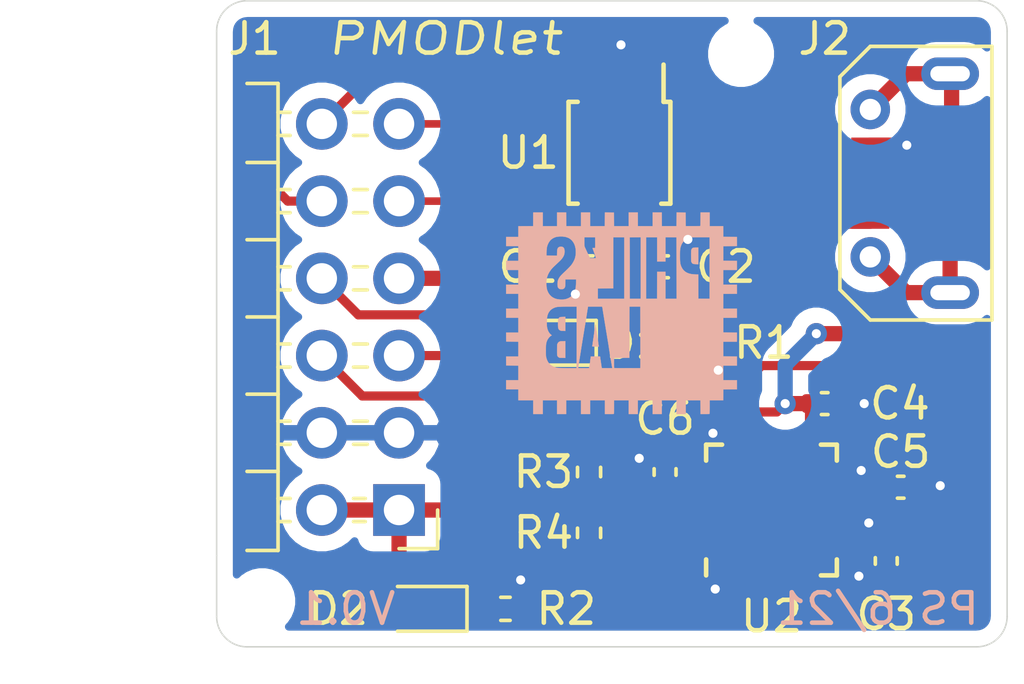
<source format=kicad_pcb>
(kicad_pcb (version 20171130) (host pcbnew "(5.1.7)-1")

  (general
    (thickness 1.6)
    (drawings 12)
    (tracks 171)
    (zones 0)
    (modules 19)
    (nets 20)
  )

  (page A4)
  (layers
    (0 F.Cu signal)
    (31 B.Cu signal)
    (32 B.Adhes user)
    (33 F.Adhes user)
    (34 B.Paste user)
    (35 F.Paste user)
    (36 B.SilkS user)
    (37 F.SilkS user)
    (38 B.Mask user)
    (39 F.Mask user)
    (40 Dwgs.User user)
    (41 Cmts.User user)
    (42 Eco1.User user)
    (43 Eco2.User user)
    (44 Edge.Cuts user)
    (45 Margin user)
    (46 B.CrtYd user)
    (47 F.CrtYd user)
    (48 B.Fab user hide)
    (49 F.Fab user hide)
  )

  (setup
    (last_trace_width 0.25)
    (user_trace_width 0.3)
    (user_trace_width 0.4)
    (user_trace_width 0.5)
    (trace_clearance 0.2)
    (zone_clearance 0.508)
    (zone_45_only no)
    (trace_min 0.2)
    (via_size 0.8)
    (via_drill 0.4)
    (via_min_size 0.4)
    (via_min_drill 0.3)
    (user_via 0.7 0.3)
    (uvia_size 0.3)
    (uvia_drill 0.1)
    (uvias_allowed no)
    (uvia_min_size 0.2)
    (uvia_min_drill 0.1)
    (edge_width 0.05)
    (segment_width 0.2)
    (pcb_text_width 0.3)
    (pcb_text_size 1.5 1.5)
    (mod_edge_width 0.12)
    (mod_text_size 1 1)
    (mod_text_width 0.15)
    (pad_size 1.524 1.524)
    (pad_drill 0.762)
    (pad_to_mask_clearance 0)
    (aux_axis_origin 0 0)
    (visible_elements 7FFFFFFF)
    (pcbplotparams
      (layerselection 0x010fc_ffffffff)
      (usegerberextensions false)
      (usegerberattributes true)
      (usegerberadvancedattributes true)
      (creategerberjobfile false)
      (excludeedgelayer true)
      (linewidth 0.100000)
      (plotframeref false)
      (viasonmask false)
      (mode 1)
      (useauxorigin false)
      (hpglpennumber 1)
      (hpglpenspeed 20)
      (hpglpendiameter 15.000000)
      (psnegative false)
      (psa4output false)
      (plotreference true)
      (plotvalue true)
      (plotinvisibletext false)
      (padsonsilk false)
      (subtractmaskfromsilk false)
      (outputformat 1)
      (mirror false)
      (drillshape 0)
      (scaleselection 1)
      (outputdirectory "gerber/"))
  )

  (net 0 "")
  (net 1 GND)
  (net 2 "Net-(C1-Pad1)")
  (net 3 "Net-(C2-Pad1)")
  (net 4 +3V3)
  (net 5 "Net-(C5-Pad1)")
  (net 6 "Net-(C6-Pad1)")
  (net 7 "Net-(D1-Pad2)")
  (net 8 "Net-(D1-Pad1)")
  (net 9 "Net-(D2-Pad1)")
  (net 10 /UART_NRTS)
  (net 11 /UART_RX)
  (net 12 /UART_NCTS)
  (net 13 /UART_TX)
  (net 14 /IMU_INT)
  (net 15 /I2C_SDA)
  (net 16 /I2C_SCL)
  (net 17 "Net-(J2-Pad6)")
  (net 18 "Net-(J2-Pad2)")
  (net 19 "Net-(J2-Pad3)")

  (net_class Default "This is the default net class."
    (clearance 0.2)
    (trace_width 0.25)
    (via_dia 0.8)
    (via_drill 0.4)
    (uvia_dia 0.3)
    (uvia_drill 0.1)
    (add_net +3V3)
    (add_net /I2C_SCL)
    (add_net /I2C_SDA)
    (add_net /IMU_INT)
    (add_net /UART_NCTS)
    (add_net /UART_NRTS)
    (add_net /UART_RX)
    (add_net /UART_TX)
    (add_net GND)
    (add_net "Net-(C1-Pad1)")
    (add_net "Net-(C2-Pad1)")
    (add_net "Net-(C5-Pad1)")
    (add_net "Net-(C6-Pad1)")
    (add_net "Net-(D1-Pad1)")
    (add_net "Net-(D1-Pad2)")
    (add_net "Net-(D2-Pad1)")
    (add_net "Net-(J2-Pad2)")
    (add_net "Net-(J2-Pad3)")
    (add_net "Net-(J2-Pad6)")
  )

  (module Connector_PinHeader_2.54mm:PinHeader_2x06_P2.54mm_Horizontal (layer F.Cu) (tedit 60E49A07) (tstamp 60B6FDA5)
    (at 45 42.5 180)
    (descr "Through hole angled pin header, 2x06, 2.54mm pitch, 6mm pin length, double rows")
    (tags "Through hole angled pin header THT 2x06 2.54mm double row")
    (path /60B6DC95)
    (attr smd)
    (fp_text reference J1 (at 4.75 15.5) (layer F.SilkS)
      (effects (font (size 1 1) (thickness 0.15)))
    )
    (fp_text value Conn_02x06_Odd_Even (at 5.655 14.97) (layer F.Fab)
      (effects (font (size 1 1) (thickness 0.15)))
    )
    (fp_line (start 13.1 -1.8) (end -1.8 -1.8) (layer F.CrtYd) (width 0.05))
    (fp_line (start 13.1 14.5) (end 13.1 -1.8) (layer F.CrtYd) (width 0.05))
    (fp_line (start -1.8 14.5) (end 13.1 14.5) (layer F.CrtYd) (width 0.05))
    (fp_line (start -1.8 -1.8) (end -1.8 14.5) (layer F.CrtYd) (width 0.05))
    (fp_line (start -1.27 -1.27) (end 0 -1.27) (layer F.SilkS) (width 0.12))
    (fp_line (start -1.27 0) (end -1.27 -1.27) (layer F.SilkS) (width 0.12))
    (fp_line (start 1.042929 13.08) (end 1.497071 13.08) (layer F.SilkS) (width 0.12))
    (fp_line (start 1.042929 12.32) (end 1.497071 12.32) (layer F.SilkS) (width 0.12))
    (fp_line (start 3.582929 13.08) (end 3.98 13.08) (layer F.SilkS) (width 0.12))
    (fp_line (start 3.582929 12.32) (end 3.98 12.32) (layer F.SilkS) (width 0.12))
    (fp_line (start 3.98 11.43) (end 5 11.43) (layer F.SilkS) (width 0.12))
    (fp_line (start 1.042929 10.54) (end 1.497071 10.54) (layer F.SilkS) (width 0.12))
    (fp_line (start 1.042929 9.78) (end 1.497071 9.78) (layer F.SilkS) (width 0.12))
    (fp_line (start 3.582929 10.54) (end 3.98 10.54) (layer F.SilkS) (width 0.12))
    (fp_line (start 3.582929 9.78) (end 3.98 9.78) (layer F.SilkS) (width 0.12))
    (fp_line (start 3.98 8.89) (end 5 8.89) (layer F.SilkS) (width 0.12))
    (fp_line (start 1.042929 8) (end 1.497071 8) (layer F.SilkS) (width 0.12))
    (fp_line (start 1.042929 7.24) (end 1.497071 7.24) (layer F.SilkS) (width 0.12))
    (fp_line (start 3.582929 8) (end 3.98 8) (layer F.SilkS) (width 0.12))
    (fp_line (start 3.582929 7.24) (end 3.98 7.24) (layer F.SilkS) (width 0.12))
    (fp_line (start 3.98 6.35) (end 5 6.35) (layer F.SilkS) (width 0.12))
    (fp_line (start 1.042929 5.46) (end 1.497071 5.46) (layer F.SilkS) (width 0.12))
    (fp_line (start 1.042929 4.7) (end 1.497071 4.7) (layer F.SilkS) (width 0.12))
    (fp_line (start 3.582929 5.46) (end 3.98 5.46) (layer F.SilkS) (width 0.12))
    (fp_line (start 3.582929 4.7) (end 3.98 4.7) (layer F.SilkS) (width 0.12))
    (fp_line (start 3.98 3.81) (end 5 3.81) (layer F.SilkS) (width 0.12))
    (fp_line (start 1.042929 2.92) (end 1.497071 2.92) (layer F.SilkS) (width 0.12))
    (fp_line (start 1.042929 2.16) (end 1.497071 2.16) (layer F.SilkS) (width 0.12))
    (fp_line (start 3.582929 2.92) (end 3.98 2.92) (layer F.SilkS) (width 0.12))
    (fp_line (start 3.582929 2.16) (end 3.98 2.16) (layer F.SilkS) (width 0.12))
    (fp_line (start 3.98 1.27) (end 5 1.27) (layer F.SilkS) (width 0.12))
    (fp_line (start 1.11 0.38) (end 1.497071 0.38) (layer F.SilkS) (width 0.12))
    (fp_line (start 1.11 -0.38) (end 1.497071 -0.38) (layer F.SilkS) (width 0.12))
    (fp_line (start 3.582929 0.38) (end 3.98 0.38) (layer F.SilkS) (width 0.12))
    (fp_line (start 3.582929 -0.38) (end 3.98 -0.38) (layer F.SilkS) (width 0.12))
    (fp_line (start 5 -1.33) (end 3.98 -1.33) (layer F.SilkS) (width 0.12))
    (fp_line (start 3.98 14.03) (end 5 14.03) (layer F.SilkS) (width 0.12))
    (fp_line (start 3.98 -1.33) (end 3.98 14.03) (layer F.SilkS) (width 0.12))
    (fp_line (start -0.32 13.02) (end 4.04 13.02) (layer F.Fab) (width 0.1))
    (fp_line (start -0.32 12.38) (end -0.32 13.02) (layer F.Fab) (width 0.1))
    (fp_line (start -0.32 12.38) (end 4.04 12.38) (layer F.Fab) (width 0.1))
    (fp_line (start -0.32 10.48) (end 4.04 10.48) (layer F.Fab) (width 0.1))
    (fp_line (start -0.32 9.84) (end -0.32 10.48) (layer F.Fab) (width 0.1))
    (fp_line (start -0.32 9.84) (end 4.04 9.84) (layer F.Fab) (width 0.1))
    (fp_line (start -0.32 7.94) (end 4.04 7.94) (layer F.Fab) (width 0.1))
    (fp_line (start -0.32 7.3) (end -0.32 7.94) (layer F.Fab) (width 0.1))
    (fp_line (start -0.32 7.3) (end 4.04 7.3) (layer F.Fab) (width 0.1))
    (fp_line (start -0.32 5.4) (end 4.04 5.4) (layer F.Fab) (width 0.1))
    (fp_line (start -0.32 4.76) (end -0.32 5.4) (layer F.Fab) (width 0.1))
    (fp_line (start -0.32 4.76) (end 4.04 4.76) (layer F.Fab) (width 0.1))
    (fp_line (start -0.32 2.86) (end 4.04 2.86) (layer F.Fab) (width 0.1))
    (fp_line (start -0.32 2.22) (end -0.32 2.86) (layer F.Fab) (width 0.1))
    (fp_line (start -0.32 2.22) (end 4.04 2.22) (layer F.Fab) (width 0.1))
    (fp_line (start -0.32 0.32) (end 4.04 0.32) (layer F.Fab) (width 0.1))
    (fp_line (start -0.32 -0.32) (end -0.32 0.32) (layer F.Fab) (width 0.1))
    (fp_line (start -0.32 -0.32) (end 4.04 -0.32) (layer F.Fab) (width 0.1))
    (fp_line (start 4.04 -0.635) (end 4.675 -1.27) (layer F.Fab) (width 0.1))
    (fp_line (start 4.04 13.97) (end 4.04 -0.635) (layer F.Fab) (width 0.1))
    (fp_line (start 6.58 13.97) (end 4.04 13.97) (layer F.Fab) (width 0.1))
    (fp_line (start 4.675 -1.27) (end 6.58 -1.27) (layer F.Fab) (width 0.1))
    (fp_text user %R (at 5.31 6.35 90) (layer F.Fab)
      (effects (font (size 1 1) (thickness 0.15)))
    )
    (pad 12 thru_hole oval (at 2.54 12.7 180) (size 1.7 1.7) (drill 1) (layers *.Cu *.Mask)
      (net 10 /UART_NRTS))
    (pad 11 thru_hole oval (at 0 12.7 180) (size 1.7 1.7) (drill 1) (layers *.Cu *.Mask)
      (net 11 /UART_RX))
    (pad 10 thru_hole oval (at 2.54 10.16 180) (size 1.7 1.7) (drill 1) (layers *.Cu *.Mask)
      (net 12 /UART_NCTS))
    (pad 9 thru_hole oval (at 0 10.16 180) (size 1.7 1.7) (drill 1) (layers *.Cu *.Mask)
      (net 13 /UART_TX))
    (pad 8 thru_hole oval (at 2.54 7.62 180) (size 1.7 1.7) (drill 1) (layers *.Cu *.Mask)
      (net 14 /IMU_INT))
    (pad 7 thru_hole oval (at 0 7.62 180) (size 1.7 1.7) (drill 1) (layers *.Cu *.Mask)
      (net 7 "Net-(D1-Pad2)"))
    (pad 6 thru_hole oval (at 2.54 5.08 180) (size 1.7 1.7) (drill 1) (layers *.Cu *.Mask)
      (net 15 /I2C_SDA))
    (pad 5 thru_hole oval (at 0 5.08 180) (size 1.7 1.7) (drill 1) (layers *.Cu *.Mask)
      (net 16 /I2C_SCL))
    (pad 4 thru_hole oval (at 2.54 2.54 180) (size 1.7 1.7) (drill 1) (layers *.Cu *.Mask)
      (net 1 GND))
    (pad 3 thru_hole oval (at 0 2.54 180) (size 1.7 1.7) (drill 1) (layers *.Cu *.Mask)
      (net 1 GND))
    (pad 2 thru_hole oval (at 2.54 0 180) (size 1.7 1.7) (drill 1) (layers *.Cu *.Mask)
      (net 4 +3V3))
    (pad 1 thru_hole rect (at 0 0 180) (size 1.7 1.7) (drill 1) (layers *.Cu *.Mask)
      (net 4 +3V3))
    (model ${KISYS3DMOD}/Connector_PinHeader_2.54mm.3dshapes/PinHeader_2x06_P2.54mm_Horizontal.wrl
      (at (xyz 0 0 0))
      (scale (xyz 1 1 1))
      (rotate (xyz 0 0 0))
    )
  )

  (module BluePhil-Footprints:PhilsLab-Silkscreen (layer B.Cu) (tedit 0) (tstamp 60B73620)
    (at 52.25 36 180)
    (attr smd)
    (fp_text reference G*** (at 0 0) (layer B.SilkS) hide
      (effects (font (size 1.524 1.524) (thickness 0.3)) (justify mirror))
    )
    (fp_text value LOGO (at 0.75 0) (layer B.SilkS) hide
      (effects (font (size 1.524 1.524) (thickness 0.3)) (justify mirror))
    )
    (fp_poly (pts (xy -2.477301 2.132478) (xy -2.447095 2.129868) (xy -2.424489 2.124717) (xy -2.407113 2.116371)
      (xy -2.392595 2.104174) (xy -2.386072 2.096911) (xy -2.377581 2.08533) (xy -2.370798 2.071985)
      (xy -2.365566 2.055469) (xy -2.361726 2.034373) (xy -2.359121 2.007291) (xy -2.357593 1.972815)
      (xy -2.356985 1.929537) (xy -2.357139 1.87605) (xy -2.357491 1.841748) (xy -2.358126 1.791304)
      (xy -2.358765 1.751671) (xy -2.359549 1.721259) (xy -2.360619 1.698478) (xy -2.362116 1.681737)
      (xy -2.364182 1.669445) (xy -2.366956 1.660013) (xy -2.37058 1.65185) (xy -2.375049 1.643628)
      (xy -2.387563 1.624232) (xy -2.401498 1.610097) (xy -2.419072 1.600335) (xy -2.442502 1.594059)
      (xy -2.474007 1.59038) (xy -2.512833 1.588503) (xy -2.59209 1.586034) (xy -2.59209 2.133203)
      (xy -2.517477 2.133203) (xy -2.477301 2.132478)) (layer B.SilkS) (width 0.01))
    (fp_poly (pts (xy 1.866123 -0.14991) (xy 1.905982 -0.151288) (xy 1.935645 -0.153909) (xy 1.957317 -0.158712)
      (xy 1.973199 -0.16663) (xy 1.985495 -0.178601) (xy 1.996409 -0.195561) (xy 2.002979 -0.208062)
      (xy 2.008462 -0.219589) (xy 2.012529 -0.230752) (xy 2.015439 -0.243687) (xy 2.017447 -0.260529)
      (xy 2.01881 -0.283417) (xy 2.019785 -0.314485) (xy 2.020608 -0.354726) (xy 2.020976 -0.412682)
      (xy 2.019467 -0.459746) (xy 2.015677 -0.497342) (xy 2.009199 -0.526891) (xy 1.999627 -0.549818)
      (xy 1.986557 -0.567545) (xy 1.969583 -0.581496) (xy 1.953369 -0.590672) (xy 1.938254 -0.597057)
      (xy 1.921463 -0.601427) (xy 1.899917 -0.604273) (xy 1.87054 -0.606085) (xy 1.8526 -0.606736)
      (xy 1.779736 -0.609021) (xy 1.779736 -0.147891) (xy 1.866123 -0.14991)) (layer B.SilkS) (width 0.01))
    (fp_poly (pts (xy 1.868103 -0.949688) (xy 1.903334 -0.95073) (xy 1.928768 -0.952026) (xy 1.947013 -0.954012)
      (xy 1.960672 -0.957129) (xy 1.972352 -0.961813) (xy 1.984657 -0.968504) (xy 1.986558 -0.969613)
      (xy 2.006824 -0.983711) (xy 2.021238 -1.000414) (xy 2.033067 -1.022275) (xy 2.037959 -1.032964)
      (xy 2.041782 -1.04278) (xy 2.044684 -1.053394) (xy 2.046811 -1.066474) (xy 2.048313 -1.083687)
      (xy 2.049337 -1.106703) (xy 2.05003 -1.137191) (xy 2.05054 -1.176818) (xy 2.050992 -1.224731)
      (xy 2.05134 -1.28244) (xy 2.051059 -1.32918) (xy 2.049876 -1.36638) (xy 2.047523 -1.395468)
      (xy 2.043727 -1.417874) (xy 2.038219 -1.435025) (xy 2.030727 -1.44835) (xy 2.02098 -1.459278)
      (xy 2.008707 -1.469237) (xy 2.003998 -1.472595) (xy 1.993602 -1.479639) (xy 1.984248 -1.484702)
      (xy 1.973649 -1.488168) (xy 1.959518 -1.490419) (xy 1.939567 -1.491836) (xy 1.911509 -1.492803)
      (xy 1.878424 -1.493582) (xy 1.779736 -1.495782) (xy 1.779736 -0.9474) (xy 1.868103 -0.949688)) (layer B.SilkS) (width 0.01))
    (fp_poly (pts (xy 0.789755 -0.408911) (xy 0.793041 -0.425172) (xy 0.797331 -0.449991) (xy 0.802305 -0.481501)
      (xy 0.807641 -0.517835) (xy 0.808294 -0.522449) (xy 0.813252 -0.557436) (xy 0.819659 -0.602273)
      (xy 0.827165 -0.654538) (xy 0.835423 -0.71181) (xy 0.844083 -0.771666) (xy 0.852795 -0.831687)
      (xy 0.85901 -0.874365) (xy 0.86663 -0.926805) (xy 0.873654 -0.975516) (xy 0.879884 -1.019103)
      (xy 0.885124 -1.056172) (xy 0.889176 -1.085331) (xy 0.891845 -1.105183) (xy 0.892933 -1.114335)
      (xy 0.892948 -1.114661) (xy 0.889905 -1.117641) (xy 0.879893 -1.119811) (xy 0.861614 -1.121265)
      (xy 0.833768 -1.122098) (xy 0.795058 -1.122405) (xy 0.786877 -1.122412) (xy 0.680784 -1.122412)
      (xy 0.683911 -1.108459) (xy 0.685335 -1.099858) (xy 0.688308 -1.080128) (xy 0.692664 -1.050427)
      (xy 0.698237 -1.01191) (xy 0.704861 -0.965732) (xy 0.71237 -0.913049) (xy 0.720598 -0.855017)
      (xy 0.72938 -0.792791) (xy 0.735565 -0.748792) (xy 0.744598 -0.684896) (xy 0.753213 -0.624827)
      (xy 0.761246 -0.569681) (xy 0.76853 -0.520554) (xy 0.774899 -0.478542) (xy 0.780189 -0.444742)
      (xy 0.784233 -0.42025) (xy 0.786867 -0.406162) (xy 0.787793 -0.403076) (xy 0.789755 -0.408911)) (layer B.SilkS) (width 0.01))
    (fp_poly (pts (xy 0.478963 3.061941) (xy 0.480591 2.837036) (xy 0.967383 2.833792) (xy 0.967383 3.286621)
      (xy 1.265039 3.286621) (xy 1.265039 2.833792) (xy 1.751831 2.837036) (xy 1.753459 3.061829)
      (xy 1.755086 3.286621) (xy 2.052588 3.286621) (xy 2.052588 2.833936) (xy 2.523877 2.833936)
      (xy 2.523877 3.286621) (xy 2.833781 3.286621) (xy 2.835408 3.061829) (xy 2.837036 2.837036)
      (xy 3.323828 2.833792) (xy 3.323828 2.480469) (xy 3.726904 2.480469) (xy 3.726904 2.182812)
      (xy 3.323828 2.182812) (xy 3.323828 1.69292) (xy 3.726904 1.69292) (xy 3.726904 1.395264)
      (xy 3.323828 1.395264) (xy 3.323828 0.911572) (xy 3.726904 0.911572) (xy 3.726904 0.613916)
      (xy 3.323828 0.613916) (xy 3.323828 0.124023) (xy 3.726904 0.124023) (xy 3.726904 -0.173633)
      (xy 3.323828 -0.173633) (xy 3.323828 -0.663525) (xy 3.727129 -0.663525) (xy 3.725466 -0.810803)
      (xy 3.723804 -0.958081) (xy 3.323828 -0.961353) (xy 3.323828 -1.451074) (xy 3.727129 -1.451074)
      (xy 3.725466 -1.598352) (xy 3.723804 -1.74563) (xy 3.323828 -1.748902) (xy 3.323828 -2.232422)
      (xy 3.726904 -2.232422) (xy 3.726904 -2.530078) (xy 3.323828 -2.530078) (xy 3.323828 -2.889746)
      (xy 2.833936 -2.889746) (xy 2.833936 -3.342432) (xy 2.523877 -3.342432) (xy 2.523877 -2.889746)
      (xy 2.052588 -2.889746) (xy 2.052588 -3.342432) (xy 1.754932 -3.342432) (xy 1.754932 -2.889746)
      (xy 1.265039 -2.889746) (xy 1.265039 -3.342432) (xy 0.967383 -3.342432) (xy 0.967383 -2.889746)
      (xy 0.47749 -2.889746) (xy 0.47749 -3.342432) (xy 0.332426 -3.342432) (xy 0.285983 -3.342356)
      (xy 0.250449 -3.342059) (xy 0.224331 -3.341437) (xy 0.206136 -3.340386) (xy 0.194371 -3.338801)
      (xy 0.187544 -3.336579) (xy 0.18416 -3.333616) (xy 0.183374 -3.332039) (xy 0.182422 -3.323497)
      (xy 0.18158 -3.304108) (xy 0.180873 -3.27543) (xy 0.180327 -3.239017) (xy 0.179968 -3.196427)
      (xy 0.179822 -3.149215) (xy 0.179846 -3.119649) (xy 0.179951 -3.070228) (xy 0.180032 -3.024328)
      (xy 0.18009 -2.98354) (xy 0.180121 -2.949455) (xy 0.180125 -2.923667) (xy 0.180099 -2.907765)
      (xy 0.18007 -2.903699) (xy 0.179834 -2.889746) (xy -0.303857 -2.889746) (xy -0.303857 -3.342432)
      (xy -0.601514 -3.342432) (xy -0.601514 -2.889746) (xy -1.091406 -2.889746) (xy -1.091406 -3.342432)
      (xy -1.389062 -3.342432) (xy -1.389062 -2.889746) (xy -1.879482 -2.889746) (xy -1.877668 -3.116092)
      (xy -1.875854 -3.342439) (xy -2.026172 -3.342435) (xy -2.17649 -3.342432) (xy -2.176145 -3.117639)
      (xy -2.175799 -2.892847) (xy -2.42035 -2.891226) (xy -2.481921 -2.890845) (xy -2.532223 -2.890627)
      (xy -2.572388 -2.890614) (xy -2.603548 -2.890851) (xy -2.626837 -2.891379) (xy -2.643386 -2.892242)
      (xy -2.654327 -2.893484) (xy -2.660794 -2.895146) (xy -2.663919 -2.897273) (xy -2.664834 -2.899907)
      (xy -2.664852 -2.900528) (xy -2.664864 -2.909124) (xy -2.664922 -2.928618) (xy -2.665018 -2.957503)
      (xy -2.665149 -2.994276) (xy -2.665309 -3.037431) (xy -2.665492 -3.085462) (xy -2.665654 -3.126941)
      (xy -2.666504 -3.342432) (xy -2.811198 -3.342432) (xy -2.852365 -3.342262) (xy -2.889331 -3.341785)
      (xy -2.92031 -3.34105) (xy -2.943518 -3.340108) (xy -2.95717 -3.339007) (xy -2.960026 -3.338298)
      (xy -2.960979 -3.331351) (xy -2.961854 -3.313423) (xy -2.962626 -3.285936) (xy -2.963268 -3.250311)
      (xy -2.963755 -3.20797) (xy -2.964061 -3.160335) (xy -2.96416 -3.111955) (xy -2.96416 -2.889746)
      (xy -3.410454 -2.889746) (xy -3.4121 -2.711462) (xy -3.413745 -2.533179) (xy -3.638538 -2.531551)
      (xy -3.86333 -2.529923) (xy -3.86333 -2.232577) (xy -3.638538 -2.230949) (xy -3.413745 -2.229321)
      (xy -3.412122 -1.989026) (xy -3.411086 -1.835547) (xy 0.234659 -1.835547) (xy 0.582348 -1.835547)
      (xy 0.585789 -1.815393) (xy 0.587639 -1.803686) (xy 0.590977 -1.781688) (xy 0.595508 -1.751383)
      (xy 0.600935 -1.714754) (xy 0.606963 -1.673784) (xy 0.61097 -1.646411) (xy 0.617246 -1.603489)
      (xy 0.623113 -1.56344) (xy 0.628274 -1.528297) (xy 0.632428 -1.500094) (xy 0.635278 -1.480865)
      (xy 0.63626 -1.474329) (xy 0.639811 -1.451074) (xy 0.940877 -1.451074) (xy 0.948048 -1.496033)
      (xy 0.953109 -1.529574) (xy 0.957439 -1.561682) (xy 0.960634 -1.589086) (xy 0.962289 -1.608515)
      (xy 0.962425 -1.612305) (xy 0.963394 -1.622142) (xy 0.965924 -1.64141) (xy 0.969625 -1.667545)
      (xy 0.974107 -1.697986) (xy 0.978979 -1.73017) (xy 0.983851 -1.761535) (xy 0.988333 -1.789519)
      (xy 0.992035 -1.811559) (xy 0.994566 -1.825094) (xy 0.995243 -1.827795) (xy 0.998941 -1.830157)
      (xy 1.008876 -1.832026) (xy 1.026107 -1.833446) (xy 1.051695 -1.834463) (xy 1.0867 -1.835121)
      (xy 1.132182 -1.835466) (xy 1.177662 -1.835547) (xy 1.223597 -1.835392) (xy 1.265388 -1.834956)
      (xy 1.301458 -1.834278) (xy 1.330233 -1.833398) (xy 1.350139 -1.832356) (xy 1.3596 -1.831193)
      (xy 1.360145 -1.830896) (xy 1.359876 -1.823828) (xy 1.357749 -1.806085) (xy 1.353992 -1.77922)
      (xy 1.348833 -1.744783) (xy 1.3425 -1.704327) (xy 1.335221 -1.659402) (xy 1.332716 -1.644256)
      (xy 1.323025 -1.585411) (xy 1.312179 -1.518631) (xy 1.300869 -1.448247) (xy 1.289791 -1.378588)
      (xy 1.279637 -1.313983) (xy 1.274113 -1.278387) (xy 1.268188 -1.240466) (xy 1.260469 -1.191876)
      (xy 1.251211 -1.134179) (xy 1.240668 -1.068938) (xy 1.229094 -0.997714) (xy 1.216744 -0.922072)
      (xy 1.203872 -0.843572) (xy 1.199583 -0.817521) (xy 1.407666 -0.817521) (xy 1.407694 -0.928492)
      (xy 1.407776 -1.036107) (xy 1.40791 -1.139711) (xy 1.408091 -1.238649) (xy 1.408318 -1.332268)
      (xy 1.408587 -1.419912) (xy 1.408895 -1.500926) (xy 1.40924 -1.574657) (xy 1.409617 -1.640449)
      (xy 1.410025 -1.697648) (xy 1.41046 -1.745599) (xy 1.410919 -1.783648) (xy 1.411399 -1.81114)
      (xy 1.411897 -1.82742) (xy 1.412317 -1.831944) (xy 1.419261 -1.832812) (xy 1.437396 -1.833518)
      (xy 1.465512 -1.834053) (xy 1.502399 -1.83441) (xy 1.546847 -1.834581) (xy 1.597645 -1.834559)
      (xy 1.653583 -1.834336) (xy 1.71345 -1.833906) (xy 1.720825 -1.83384) (xy 1.793098 -1.833123)
      (xy 1.854096 -1.832371) (xy 1.904947 -1.831541) (xy 1.94678 -1.830591) (xy 1.980722 -1.829481)
      (xy 2.007901 -1.828167) (xy 2.029445 -1.826609) (xy 2.046481 -1.824764) (xy 2.060138 -1.822591)
      (xy 2.067803 -1.820967) (xy 2.143352 -1.798444) (xy 2.209196 -1.768362) (xy 2.265754 -1.73032)
      (xy 2.313447 -1.683921) (xy 2.352693 -1.628767) (xy 2.383912 -1.564458) (xy 2.40476 -1.501167)
      (xy 2.409382 -1.483617) (xy 2.413025 -1.467915) (xy 2.415807 -1.452285) (xy 2.41785 -1.434953)
      (xy 2.419274 -1.414146) (xy 2.420199 -1.388089) (xy 2.420745 -1.355008) (xy 2.421032 -1.313129)
      (xy 2.421181 -1.260677) (xy 2.421185 -1.258838) (xy 2.421072 -1.196039) (xy 2.420325 -1.14384)
      (xy 2.418751 -1.100445) (xy 2.416158 -1.064059) (xy 2.412353 -1.032888) (xy 2.407144 -1.005136)
      (xy 2.400339 -0.979007) (xy 2.391743 -0.952708) (xy 2.386938 -0.939531) (xy 2.368325 -0.899421)
      (xy 2.343328 -0.859355) (xy 2.31424 -0.822215) (xy 2.283355 -0.790883) (xy 2.252967 -0.76824)
      (xy 2.248621 -0.765786) (xy 2.228024 -0.754694) (xy 2.259124 -0.729263) (xy 2.298149 -0.689854)
      (xy 2.331445 -0.640796) (xy 2.358014 -0.583907) (xy 2.376855 -0.521004) (xy 2.378865 -0.511597)
      (xy 2.386055 -0.464235) (xy 2.390531 -0.408664) (xy 2.392353 -0.348124) (xy 2.391581 -0.285858)
      (xy 2.388273 -0.225107) (xy 2.38249 -0.16911) (xy 2.374292 -0.12111) (xy 2.371463 -0.109117)
      (xy 2.348943 -0.042903) (xy 2.31728 0.015828) (xy 2.277026 0.066364) (xy 2.22873 0.107993)
      (xy 2.182085 0.135686) (xy 2.157081 0.147507) (xy 2.133269 0.157564) (xy 2.109414 0.165997)
      (xy 2.084283 0.172948) (xy 2.05664 0.178557) (xy 2.025251 0.182966) (xy 1.988881 0.186316)
      (xy 1.946296 0.188747) (xy 1.89626 0.190402) (xy 1.83754 0.19142) (xy 1.768901 0.191944)
      (xy 1.689107 0.192113) (xy 1.688269 0.192113) (xy 1.407666 0.192236) (xy 1.407666 -0.817521)
      (xy 1.199583 -0.817521) (xy 1.190732 -0.763778) (xy 1.177578 -0.684253) (xy 1.171564 -0.648022)
      (xy 1.15917 -0.573353) (xy 1.147167 -0.50088) (xy 1.135742 -0.431748) (xy 1.125084 -0.3671)
      (xy 1.11538 -0.30808) (xy 1.10682 -0.255834) (xy 1.099589 -0.211505) (xy 1.093877 -0.176237)
      (xy 1.089871 -0.151175) (xy 1.088063 -0.139526) (xy 1.080355 -0.088584) (xy 1.072484 -0.037309)
      (xy 1.064738 0.012483) (xy 1.057404 0.058979) (xy 1.050772 0.100365) (xy 1.045128 0.134826)
      (xy 1.040762 0.160549) (xy 1.038071 0.175183) (xy 1.03461 0.192236) (xy 0.570201 0.192236)
      (xy 0.565051 0.178284) (xy 0.561548 0.164555) (xy 0.557903 0.143752) (xy 0.555706 0.127124)
      (xy 0.554104 0.115764) (xy 0.550612 0.09307) (xy 0.545377 0.059943) (xy 0.538546 0.017285)
      (xy 0.530263 -0.034004) (xy 0.520677 -0.093024) (xy 0.509933 -0.158873) (xy 0.498178 -0.230652)
      (xy 0.485559 -0.307458) (xy 0.472221 -0.388392) (xy 0.458311 -0.472553) (xy 0.452873 -0.505396)
      (xy 0.438825 -0.590233) (xy 0.425311 -0.671963) (xy 0.412473 -0.74971) (xy 0.400455 -0.822596)
      (xy 0.389402 -0.889744) (xy 0.379458 -0.950278) (xy 0.370766 -1.003321) (xy 0.363471 -1.047994)
      (xy 0.357716 -1.083423) (xy 0.353647 -1.108729) (xy 0.351405 -1.123035) (xy 0.351049 -1.125513)
      (xy 0.348515 -1.144469) (xy 0.344966 -1.17007) (xy 0.341275 -1.196053) (xy 0.33896 -1.211194)
      (xy 0.334934 -1.236513) (xy 0.329445 -1.270508) (xy 0.322742 -1.311677) (xy 0.315072 -1.35852)
      (xy 0.306686 -1.409535) (xy 0.297832 -1.46322) (xy 0.288758 -1.518074) (xy 0.279714 -1.572595)
      (xy 0.270947 -1.625283) (xy 0.262707 -1.674635) (xy 0.255242 -1.71915) (xy 0.248801 -1.757328)
      (xy 0.243632 -1.787666) (xy 0.239985 -1.808662) (xy 0.238176 -1.818494) (xy 0.234659 -1.835547)
      (xy -3.411086 -1.835547) (xy -3.410499 -1.74873) (xy -3.86333 -1.74873) (xy -3.86333 -1.451229)
      (xy -3.638538 -1.449601) (xy -3.413745 -1.447974) (xy -3.413441 -1.402302) (xy -0.690351 -1.402302)
      (xy -0.690329 -1.483407) (xy -0.690278 -1.55728) (xy -0.690199 -1.623247) (xy -0.690091 -1.680635)
      (xy -0.689955 -1.728769) (xy -0.689791 -1.766976) (xy -0.6896 -1.794583) (xy -0.689383 -1.810916)
      (xy -0.689221 -1.81523) (xy -0.687011 -1.835221) (xy -0.257104 -1.835463) (xy -0.162157 -1.835435)
      (xy -0.079397 -1.835236) (xy -0.008609 -1.834861) (xy 0.050422 -1.834309) (xy 0.09791 -1.833575)
      (xy 0.134069 -1.832658) (xy 0.159115 -1.831553) (xy 0.173262 -1.830257) (xy 0.176837 -1.829178)
      (xy 0.178029 -1.820917) (xy 0.178983 -1.800618) (xy 0.179694 -1.768642) (xy 0.180159 -1.725351)
      (xy 0.180375 -1.671107) (xy 0.180339 -1.606271) (xy 0.180046 -1.531205) (xy 0.179899 -1.505404)
      (xy 0.179201 -1.502723) (xy 0.176402 -1.50051) (xy 0.170389 -1.49871) (xy 0.160052 -1.49727)
      (xy 0.144277 -1.496135) (xy 0.121954 -1.495249) (xy 0.091971 -1.494559) (xy 0.053215 -1.49401)
      (xy 0.004576 -1.493548) (xy -0.055059 -1.493117) (xy -0.072864 -1.493002) (xy -0.325562 -1.491382)
      (xy -0.327134 -0.649573) (xy -0.328707 0.192236) (xy -0.688255 0.192236) (xy -0.689843 -0.801501)
      (xy -0.690005 -0.911858) (xy -0.690136 -1.019024) (xy -0.690236 -1.122324) (xy -0.690304 -1.221087)
      (xy -0.690342 -1.314637) (xy -0.690351 -1.402302) (xy -3.413441 -1.402302) (xy -3.410501 -0.961182)
      (xy -3.86333 -0.961182) (xy -3.86333 -0.66368) (xy -3.638538 -0.662052) (xy -3.413745 -0.660425)
      (xy -3.413745 -0.176733) (xy -3.638538 -0.175106) (xy -3.86333 -0.173478) (xy -3.86333 0.124023)
      (xy -3.410501 0.124023) (xy -3.412648 0.4463) (xy -2.96416 0.4463) (xy -2.943487 0.446484)
      (xy -1.878992 0.446484) (xy -1.513086 0.446484) (xy -1.513086 1.333252) (xy -1.240317 1.333252)
      (xy -1.238725 0.891418) (xy -1.237134 0.449585) (xy -1.05575 0.447941) (xy -0.874365 0.446297)
      (xy -0.874365 0.446484) (xy -0.700732 0.446484) (xy -0.334863 0.446484) (xy -0.334863 1.454175)
      (xy -0.334854 1.56503) (xy -0.334826 1.672529) (xy -0.334782 1.776016) (xy -0.334721 1.874835)
      (xy -0.334645 1.968331) (xy -0.334556 2.055849) (xy -0.334453 2.136734) (xy -0.334338 2.210331)
      (xy -0.334212 2.275983) (xy -0.334076 2.333036) (xy -0.33393 2.380835) (xy -0.333777 2.418723)
      (xy -0.333617 2.446047) (xy -0.33345 2.46215) (xy -0.333313 2.466516) (xy -0.33886 2.467738)
      (xy -0.355304 2.468948) (xy -0.381141 2.470096) (xy -0.414864 2.47113) (xy -0.454969 2.471997)
      (xy -0.499951 2.472646) (xy -0.516248 2.47281) (xy -0.680059 2.474268) (xy -0.16123 2.474268)
      (xy -0.16123 0.446484) (xy 0.713135 0.446484) (xy 0.713135 0.78741) (xy 0.460437 0.78903)
      (xy 0.207739 0.790649) (xy 0.207189 1.085205) (xy 1.42627 1.085205) (xy 1.42627 1.002146)
      (xy 1.428508 0.914667) (xy 1.435458 0.837396) (xy 1.447476 0.76893) (xy 1.464916 0.707867)
      (xy 1.488134 0.652803) (xy 1.517482 0.602335) (xy 1.532853 0.580659) (xy 1.572407 0.53743)
      (xy 1.621573 0.499298) (xy 1.678181 0.467489) (xy 1.74006 0.44323) (xy 1.802623 0.428149)
      (xy 1.839459 0.424066) (xy 1.884236 0.422321) (xy 1.932731 0.422813) (xy 1.980726 0.425442)
      (xy 2.023999 0.430109) (xy 2.046387 0.433936) (xy 2.118328 0.454408) (xy 2.183422 0.484634)
      (xy 2.240987 0.52411) (xy 2.290344 0.572327) (xy 2.330813 0.62878) (xy 2.346231 0.657324)
      (xy 2.364782 0.697583) (xy 2.37889 0.734741) (xy 2.389201 0.771771) (xy 2.396363 0.811645)
      (xy 2.40102 0.857336) (xy 2.403821 0.911818) (xy 2.404214 0.923975) (xy 2.404985 0.985386)
      (xy 2.403049 1.037858) (xy 2.39803 1.08463) (xy 2.38955 1.128945) (xy 2.377233 1.174044)
      (xy 2.373961 1.184424) (xy 2.345028 1.256997) (xy 2.305355 1.329808) (xy 2.256369 1.400692)
      (xy 2.199499 1.467488) (xy 2.163165 1.503784) (xy 2.145425 1.520436) (xy 2.121015 1.543327)
      (xy 2.09232 1.570221) (xy 2.061727 1.598881) (xy 2.03746 1.621606) (xy 2.000152 1.656689)
      (xy 1.97049 1.685028) (xy 1.946938 1.708219) (xy 1.927963 1.727857) (xy 1.91203 1.745539)
      (xy 1.897605 1.76286) (xy 1.883155 1.781418) (xy 1.880597 1.784795) (xy 1.844715 1.840253)
      (xy 1.820642 1.896626) (xy 1.807814 1.95567) (xy 1.805635 2.018417) (xy 1.810694 2.065293)
      (xy 1.821653 2.101885) (xy 1.839056 2.129094) (xy 1.863445 2.14782) (xy 1.88942 2.157575)
      (xy 1.922664 2.161642) (xy 1.956337 2.158208) (xy 1.987005 2.148192) (xy 2.011234 2.132517)
      (xy 2.020117 2.122484) (xy 2.030195 2.106056) (xy 2.037727 2.088281) (xy 2.043154 2.0669)
      (xy 2.046917 2.039653) (xy 2.049458 2.00428) (xy 2.05105 1.964126) (xy 2.054075 1.866362)
      (xy 2.227554 1.868008) (xy 2.401034 1.869653) (xy 2.40017 1.971179) (xy 2.398384 2.036741)
      (xy 2.393973 2.092644) (xy 2.386538 2.141433) (xy 2.375681 2.185651) (xy 2.361002 2.227839)
      (xy 2.359256 2.232173) (xy 2.327745 2.297438) (xy 2.290375 2.352304) (xy 2.246325 2.397707)
      (xy 2.194777 2.434579) (xy 2.169437 2.448376) (xy 2.132313 2.465605) (xy 2.097859 2.478214)
      (xy 2.062583 2.487013) (xy 2.022998 2.492813) (xy 1.975613 2.496425) (xy 1.959133 2.497212)
      (xy 1.872894 2.496945) (xy 1.795352 2.488187) (xy 1.72594 2.470699) (xy 1.664093 2.444236)
      (xy 1.609246 2.408559) (xy 1.560832 2.363425) (xy 1.518503 2.30892) (xy 1.486781 2.251288)
      (xy 1.462286 2.185529) (xy 1.445219 2.113736) (xy 1.435781 2.038002) (xy 1.434171 1.960418)
      (xy 1.440591 1.883077) (xy 1.45524 1.808073) (xy 1.466757 1.768938) (xy 1.484086 1.725053)
      (xy 1.507896 1.67631) (xy 1.53601 1.62673) (xy 1.56625 1.580334) (xy 1.576781 1.565796)
      (xy 1.597412 1.540375) (xy 1.626236 1.508127) (xy 1.662034 1.470296) (xy 1.703585 1.42813)
      (xy 1.749669 1.382874) (xy 1.799066 1.335775) (xy 1.832514 1.304631) (xy 1.882687 1.256657)
      (xy 1.923466 1.213731) (xy 1.956041 1.174438) (xy 1.981601 1.137361) (xy 1.998511 1.106909)
      (xy 2.015273 1.069484) (xy 2.026629 1.034217) (xy 2.033411 0.997133) (xy 2.036454 0.954254)
      (xy 2.036831 0.923975) (xy 2.035443 0.881888) (xy 2.030952 0.849525) (xy 2.022469 0.824408)
      (xy 2.009108 0.804057) (xy 1.989983 0.785996) (xy 1.986465 0.783257) (xy 1.974192 0.774706)
      (xy 1.962506 0.769521) (xy 1.947761 0.766874) (xy 1.926312 0.765934) (xy 1.909961 0.765845)
      (xy 1.883149 0.766189) (xy 1.865088 0.767775) (xy 1.852132 0.771433) (xy 1.840637 0.777991)
      (xy 1.833457 0.783257) (xy 1.817402 0.796646) (xy 1.805106 0.810445) (xy 1.796031 0.826548)
      (xy 1.789641 0.846849) (xy 1.785398 0.873242) (xy 1.782767 0.907621) (xy 1.781211 0.95188)
      (xy 1.780843 0.968933) (xy 1.778575 1.085205) (xy 1.42627 1.085205) (xy 0.207189 1.085205)
      (xy 0.206167 1.632458) (xy 0.205883 1.78475) (xy 0.772786 1.78475) (xy 0.772807 1.784707)
      (xy 0.779746 1.783012) (xy 0.79691 1.781566) (xy 0.822119 1.780475) (xy 0.853195 1.779847)
      (xy 0.873751 1.779736) (xy 0.971623 1.779736) (xy 1.00132 1.843298) (xy 1.014283 1.87123)
      (xy 1.030688 1.906856) (xy 1.048877 1.946562) (xy 1.067195 1.986737) (xy 1.077284 2.00896)
      (xy 1.093349 2.044215) (xy 1.108784 2.077735) (xy 1.122409 2.106985) (xy 1.133046 2.129427)
      (xy 1.138485 2.140529) (xy 1.143132 2.150101) (xy 1.1467 2.159315) (xy 1.14933 2.169905)
      (xy 1.151165 2.18361) (xy 1.152349 2.202163) (xy 1.153023 2.227303) (xy 1.153331 2.260764)
      (xy 1.153415 2.304284) (xy 1.153418 2.322228) (xy 1.153418 2.474458) (xy 0.975134 2.472812)
      (xy 0.796851 2.471167) (xy 0.7952 2.297962) (xy 0.794936 2.249221) (xy 0.7951 2.206437)
      (xy 0.795662 2.170926) (xy 0.796592 2.144003) (xy 0.79786 2.126985) (xy 0.799259 2.121229)
      (xy 0.808022 2.119431) (xy 0.825323 2.118191) (xy 0.845868 2.117789) (xy 0.866566 2.117663)
      (xy 0.881277 2.117247) (xy 0.886768 2.116642) (xy 0.884743 2.110686) (xy 0.879869 2.098075)
      (xy 0.879819 2.09795) (xy 0.871174 2.07543) (xy 0.860436 2.04623) (xy 0.848231 2.012182)
      (xy 0.835185 1.975113) (xy 0.821921 1.936853) (xy 0.809066 1.899233) (xy 0.797244 1.864081)
      (xy 0.787079 1.833228) (xy 0.779199 1.808501) (xy 0.774226 1.791732) (xy 0.772786 1.78475)
      (xy 0.205883 1.78475) (xy 0.204594 2.474268) (xy -0.16123 2.474268) (xy -0.680059 2.474268)
      (xy -0.700732 2.474452) (xy -0.700732 0.446484) (xy -0.874365 0.446484) (xy -0.874365 2.474268)
      (xy -1.240234 2.474268) (xy -1.240234 1.674316) (xy -1.513086 1.674316) (xy -1.513086 2.474455)
      (xy -1.875854 2.471167) (xy -1.877423 1.458826) (xy -1.878992 0.446484) (xy -2.943487 0.446484)
      (xy -2.779675 0.447942) (xy -2.59519 0.449585) (xy -2.593595 0.84801) (xy -2.591999 1.246436)
      (xy -2.528482 1.246543) (xy -2.435835 1.250287) (xy -2.352964 1.261334) (xy -2.279469 1.279897)
      (xy -2.214947 1.306193) (xy -2.158997 1.340436) (xy -2.111217 1.382841) (xy -2.071206 1.433624)
      (xy -2.038563 1.493) (xy -2.029621 1.513817) (xy -2.018644 1.542883) (xy -2.009755 1.571374)
      (xy -2.002746 1.601039) (xy -1.997407 1.633625) (xy -1.993527 1.670881) (xy -1.990898 1.714555)
      (xy -1.989309 1.766394) (xy -1.988551 1.828147) (xy -1.98843 1.857251) (xy -1.988523 1.921399)
      (xy -1.989264 1.974968) (xy -1.99085 2.019772) (xy -1.993478 2.057626) (xy -1.997343 2.090345)
      (xy -2.002643 2.119743) (xy -2.009574 2.147635) (xy -2.018331 2.175836) (xy -2.024974 2.194853)
      (xy -2.043487 2.240186) (xy -2.064548 2.278255) (xy -2.091202 2.313978) (xy -2.115275 2.340703)
      (xy -2.160699 2.382633) (xy -2.20874 2.414757) (xy -2.263244 2.439612) (xy -2.267774 2.441281)
      (xy -2.289634 2.448697) (xy -2.311769 2.454937) (xy -2.335447 2.460098) (xy -2.361934 2.464276)
      (xy -2.392496 2.46757) (xy -2.4284 2.470077) (xy -2.470913 2.471894) (xy -2.521301 2.473119)
      (xy -2.580831 2.473849) (xy -2.650769 2.474182) (xy -2.695959 2.474231) (xy -2.96416 2.474268)
      (xy -2.96416 0.4463) (xy -3.412648 0.4463) (xy -3.413745 0.610815) (xy -3.638538 0.612443)
      (xy -3.86333 0.614071) (xy -3.86333 0.911572) (xy -3.410645 0.911572) (xy -3.410645 1.395264)
      (xy -3.86333 1.395264) (xy -3.86333 1.692765) (xy -3.638538 1.694393) (xy -3.413745 1.696021)
      (xy -3.413745 2.179712) (xy -3.638538 2.18134) (xy -3.86333 2.182967) (xy -3.86333 2.480314)
      (xy -3.638538 2.481942) (xy -3.413745 2.483569) (xy -3.412098 2.658752) (xy -3.410451 2.833936)
      (xy -2.96416 2.833936) (xy -2.96416 3.286621) (xy -2.666504 3.286621) (xy -2.665586 3.074231)
      (xy -2.665351 3.023641) (xy -2.665101 2.97664) (xy -2.664847 2.93476) (xy -2.664599 2.899533)
      (xy -2.664368 2.872488) (xy -2.664165 2.855157) (xy -2.664035 2.849438) (xy -2.663572 2.846317)
      (xy -2.661766 2.843769) (xy -2.657474 2.841736) (xy -2.649552 2.84016) (xy -2.636855 2.838982)
      (xy -2.618237 2.838145) (xy -2.592556 2.837591) (xy -2.558666 2.837261) (xy -2.515423 2.837097)
      (xy -2.461682 2.837042) (xy -2.419632 2.837036) (xy -2.17586 2.837036) (xy -2.174685 3.060278)
      (xy -2.173511 3.283521) (xy -2.02631 3.285183) (xy -1.87911 3.286845) (xy -1.877482 3.061941)
      (xy -1.875854 2.837036) (xy -1.392163 2.837036) (xy -1.390535 3.061829) (xy -1.388908 3.286621)
      (xy -1.091406 3.286621) (xy -1.091406 2.833792) (xy -0.604614 2.837036) (xy -0.602987 3.061829)
      (xy -0.601359 3.286621) (xy -0.303857 3.286621) (xy -0.303857 2.833936) (xy 0.179679 2.833936)
      (xy 0.181307 3.058728) (xy 0.182935 3.283521) (xy 0.477335 3.286845) (xy 0.478963 3.061941)) (layer B.SilkS) (width 0.01))
  )

  (module BluePhil-Footprints:JLCPCB-Tooling-Hole locked (layer F.Cu) (tedit 5FC41EDC) (tstamp 60B73514)
    (at 56.25 30)
    (attr virtual)
    (fp_text reference REF** (at 0 -3.75) (layer F.Fab) hide
      (effects (font (size 1 1) (thickness 0.15)))
    )
    (fp_text value JLCPCB-Tooling-Hole (at 0 -1.25) (layer F.Fab) hide
      (effects (font (size 1 1) (thickness 0.15)))
    )
    (pad "" np_thru_hole circle (at 0 -2.5) (size 1.152 1.152) (drill 1.152) (layers *.Cu *.Mask))
  )

  (module BluePhil-Footprints:JLCPCB-Tooling-Hole locked (layer F.Cu) (tedit 5FC41EDC) (tstamp 60B734CB)
    (at 40.5 48)
    (attr virtual)
    (fp_text reference REF** (at 0 -3.75) (layer F.Fab) hide
      (effects (font (size 1 1) (thickness 0.15)))
    )
    (fp_text value JLCPCB-Tooling-Hole (at 0 -1.25) (layer F.Fab) hide
      (effects (font (size 1 1) (thickness 0.15)))
    )
    (pad "" np_thru_hole circle (at 0 -2.5) (size 1.152 1.152) (drill 1.152) (layers *.Cu *.Mask))
  )

  (module Sensor_Motion:InvenSense_QFN-24_4x4mm_P0.5mm (layer F.Cu) (tedit 5B5A6D8E) (tstamp 60B6FE63)
    (at 57.25 42.5 90)
    (descr "24-Lead Plastic QFN (4mm x 4mm); Pitch 0.5mm; EP 2.7x2.6mm; for InvenSense motion sensors; keepout area marked (Package see: https://store.invensense.com/datasheets/invensense/MPU-6050_DataSheet_V3%204.pdf; See also https://www.invensense.com/wp-content/uploads/2015/02/InvenSense-MEMS-Handling.pdf)")
    (tags "QFN 0.5")
    (path /60B69898)
    (attr smd)
    (fp_text reference U2 (at -3.5 0) (layer F.SilkS)
      (effects (font (size 1 1) (thickness 0.15)))
    )
    (fp_text value MPU-6050 (at 0 3.375 90) (layer F.Fab)
      (effects (font (size 1 1) (thickness 0.15)))
    )
    (fp_line (start -0.975 -1.325) (end -1.375 -0.925) (layer Dwgs.User) (width 0.05))
    (fp_line (start -0.475 -1.325) (end -1.375 -0.425) (layer Dwgs.User) (width 0.05))
    (fp_line (start 0.025 -1.325) (end -1.375 0.075) (layer Dwgs.User) (width 0.05))
    (fp_line (start 0.525 -1.325) (end -1.375 0.575) (layer Dwgs.User) (width 0.05))
    (fp_line (start 1.025 -1.325) (end -1.375 1.075) (layer Dwgs.User) (width 0.05))
    (fp_line (start 1.375 -1.175) (end -1.125 1.325) (layer Dwgs.User) (width 0.05))
    (fp_line (start 1.375 -0.675) (end -0.625 1.325) (layer Dwgs.User) (width 0.05))
    (fp_line (start 1.375 -0.175) (end -0.125 1.325) (layer Dwgs.User) (width 0.05))
    (fp_line (start 1.375 0.325) (end 0.375 1.325) (layer Dwgs.User) (width 0.05))
    (fp_line (start 1.375 0.825) (end 0.875 1.325) (layer Dwgs.User) (width 0.05))
    (fp_line (start 1.375 1.325) (end -1.375 1.325) (layer Dwgs.User) (width 0.05))
    (fp_line (start 1.375 -1.325) (end -1.375 -1.325) (layer Dwgs.User) (width 0.05))
    (fp_line (start -1.375 1.325) (end -1.375 -1.325) (layer Dwgs.User) (width 0.05))
    (fp_line (start 1.375 1.325) (end 1.375 -1.325) (layer Dwgs.User) (width 0.05))
    (fp_line (start 2.15 -2.15) (end 1.625 -2.15) (layer F.SilkS) (width 0.15))
    (fp_line (start 2.15 2.15) (end 1.625 2.15) (layer F.SilkS) (width 0.15))
    (fp_line (start -2.15 2.15) (end -1.625 2.15) (layer F.SilkS) (width 0.15))
    (fp_line (start -2.15 -2.15) (end -1.625 -2.15) (layer F.SilkS) (width 0.15))
    (fp_line (start 2.15 2.15) (end 2.15 1.625) (layer F.SilkS) (width 0.15))
    (fp_line (start -2.15 2.15) (end -2.15 1.625) (layer F.SilkS) (width 0.15))
    (fp_line (start 2.15 -2.15) (end 2.15 -1.625) (layer F.SilkS) (width 0.15))
    (fp_line (start -2.65 2.65) (end 2.65 2.65) (layer F.CrtYd) (width 0.05))
    (fp_line (start -2.65 -2.65) (end 2.65 -2.65) (layer F.CrtYd) (width 0.05))
    (fp_line (start 2.65 -2.65) (end 2.65 2.65) (layer F.CrtYd) (width 0.05))
    (fp_line (start -2.65 -2.65) (end -2.65 2.65) (layer F.CrtYd) (width 0.05))
    (fp_line (start -2 -1) (end -1 -2) (layer F.Fab) (width 0.15))
    (fp_line (start -2 2) (end -2 -1) (layer F.Fab) (width 0.15))
    (fp_line (start 2 2) (end -2 2) (layer F.Fab) (width 0.15))
    (fp_line (start 2 -2) (end 2 2) (layer F.Fab) (width 0.15))
    (fp_line (start -1 -2) (end 2 -2) (layer F.Fab) (width 0.15))
    (fp_text user Component (at 0 0.55 90) (layer Cmts.User)
      (effects (font (size 0.2 0.2) (thickness 0.04)))
    )
    (fp_text user "Directly Below" (at 0 0.25 90) (layer Cmts.User)
      (effects (font (size 0.2 0.2) (thickness 0.04)))
    )
    (fp_text user "No Copper" (at 0 -0.1 90) (layer Cmts.User)
      (effects (font (size 0.2 0.2) (thickness 0.04)))
    )
    (fp_text user KEEPOUT (at 0 -0.5 90) (layer Cmts.User)
      (effects (font (size 0.2 0.2) (thickness 0.04)))
    )
    (fp_text user %R (at 0 0 90) (layer F.Fab)
      (effects (font (size 1 1) (thickness 0.15)))
    )
    (pad 24 smd roundrect (at -1.25 -1.95 180) (size 0.85 0.3) (layers F.Cu F.Paste F.Mask) (roundrect_rratio 0.25)
      (net 15 /I2C_SDA))
    (pad 23 smd roundrect (at -0.75 -1.95 180) (size 0.85 0.3) (layers F.Cu F.Paste F.Mask) (roundrect_rratio 0.25)
      (net 16 /I2C_SCL))
    (pad 22 smd roundrect (at -0.25 -1.95 180) (size 0.85 0.3) (layers F.Cu F.Paste F.Mask) (roundrect_rratio 0.25))
    (pad 21 smd roundrect (at 0.25 -1.95 180) (size 0.85 0.3) (layers F.Cu F.Paste F.Mask) (roundrect_rratio 0.25))
    (pad 20 smd roundrect (at 0.75 -1.95 180) (size 0.85 0.3) (layers F.Cu F.Paste F.Mask) (roundrect_rratio 0.25)
      (net 6 "Net-(C6-Pad1)"))
    (pad 19 smd roundrect (at 1.25 -1.95 180) (size 0.85 0.3) (layers F.Cu F.Paste F.Mask) (roundrect_rratio 0.25))
    (pad 18 smd roundrect (at 1.95 -1.25 90) (size 0.85 0.3) (layers F.Cu F.Paste F.Mask) (roundrect_rratio 0.25)
      (net 1 GND))
    (pad 17 smd roundrect (at 1.95 -0.75 90) (size 0.85 0.3) (layers F.Cu F.Paste F.Mask) (roundrect_rratio 0.25))
    (pad 16 smd roundrect (at 1.95 -0.25 90) (size 0.85 0.3) (layers F.Cu F.Paste F.Mask) (roundrect_rratio 0.25))
    (pad 15 smd roundrect (at 1.95 0.25 90) (size 0.85 0.3) (layers F.Cu F.Paste F.Mask) (roundrect_rratio 0.25))
    (pad 14 smd roundrect (at 1.95 0.75 90) (size 0.85 0.3) (layers F.Cu F.Paste F.Mask) (roundrect_rratio 0.25))
    (pad 13 smd roundrect (at 1.95 1.25 90) (size 0.85 0.3) (layers F.Cu F.Paste F.Mask) (roundrect_rratio 0.25)
      (net 4 +3V3))
    (pad 12 smd roundrect (at 1.25 1.95 180) (size 0.85 0.3) (layers F.Cu F.Paste F.Mask) (roundrect_rratio 0.25)
      (net 14 /IMU_INT))
    (pad 11 smd roundrect (at 0.75 1.95 180) (size 0.85 0.3) (layers F.Cu F.Paste F.Mask) (roundrect_rratio 0.25)
      (net 1 GND))
    (pad 10 smd roundrect (at 0.25 1.95 180) (size 0.85 0.3) (layers F.Cu F.Paste F.Mask) (roundrect_rratio 0.25)
      (net 5 "Net-(C5-Pad1)"))
    (pad 9 smd roundrect (at -0.25 1.95 180) (size 0.85 0.3) (layers F.Cu F.Paste F.Mask) (roundrect_rratio 0.25)
      (net 1 GND))
    (pad 8 smd roundrect (at -0.75 1.95 180) (size 0.85 0.3) (layers F.Cu F.Paste F.Mask) (roundrect_rratio 0.25)
      (net 4 +3V3))
    (pad 7 smd roundrect (at -1.25 1.95 180) (size 0.85 0.3) (layers F.Cu F.Paste F.Mask) (roundrect_rratio 0.25))
    (pad 6 smd roundrect (at -1.95 1.25 90) (size 0.85 0.3) (layers F.Cu F.Paste F.Mask) (roundrect_rratio 0.25))
    (pad 5 smd roundrect (at -1.95 0.75 90) (size 0.85 0.3) (layers F.Cu F.Paste F.Mask) (roundrect_rratio 0.25))
    (pad 4 smd roundrect (at -1.95 0.25 90) (size 0.85 0.3) (layers F.Cu F.Paste F.Mask) (roundrect_rratio 0.25))
    (pad 3 smd roundrect (at -1.95 -0.25 90) (size 0.85 0.3) (layers F.Cu F.Paste F.Mask) (roundrect_rratio 0.25))
    (pad 2 smd roundrect (at -1.95 -0.75 90) (size 0.85 0.3) (layers F.Cu F.Paste F.Mask) (roundrect_rratio 0.25))
    (pad 1 smd roundrect (at -1.95 -1.25 90) (size 0.85 0.3) (layers F.Cu F.Paste F.Mask) (roundrect_rratio 0.25)
      (net 1 GND))
    (model ${KISYS3DMOD}/Package_DFN_QFN.3dshapes/QFN-24-1EP_4x4mm_P0.5mm_EP2.7x2.6mm.wrl
      (at (xyz 0 0 0))
      (scale (xyz 1 1 1))
      (rotate (xyz 0 0 0))
    )
  )

  (module Package_SO:MSOP-10_3x3mm_P0.5mm (layer F.Cu) (tedit 5A02F25C) (tstamp 60B6FE24)
    (at 52.25 30.75 270)
    (descr "10-Lead Plastic Micro Small Outline Package (MS) [MSOP] (see Microchip Packaging Specification 00000049BS.pdf)")
    (tags "SSOP 0.5")
    (path /60B87ED0)
    (attr smd)
    (fp_text reference U1 (at 0 3 180) (layer F.SilkS)
      (effects (font (size 1 1) (thickness 0.15)))
    )
    (fp_text value CH340E (at 0 2.6 90) (layer F.Fab)
      (effects (font (size 1 1) (thickness 0.15)))
    )
    (fp_line (start -1.675 -1.45) (end -2.9 -1.45) (layer F.SilkS) (width 0.15))
    (fp_line (start -1.675 1.675) (end 1.675 1.675) (layer F.SilkS) (width 0.15))
    (fp_line (start -1.675 -1.675) (end 1.675 -1.675) (layer F.SilkS) (width 0.15))
    (fp_line (start -1.675 1.675) (end -1.675 1.375) (layer F.SilkS) (width 0.15))
    (fp_line (start 1.675 1.675) (end 1.675 1.375) (layer F.SilkS) (width 0.15))
    (fp_line (start 1.675 -1.675) (end 1.675 -1.375) (layer F.SilkS) (width 0.15))
    (fp_line (start -1.675 -1.675) (end -1.675 -1.45) (layer F.SilkS) (width 0.15))
    (fp_line (start -3.15 1.85) (end 3.15 1.85) (layer F.CrtYd) (width 0.05))
    (fp_line (start -3.15 -1.85) (end 3.15 -1.85) (layer F.CrtYd) (width 0.05))
    (fp_line (start 3.15 -1.85) (end 3.15 1.85) (layer F.CrtYd) (width 0.05))
    (fp_line (start -3.15 -1.85) (end -3.15 1.85) (layer F.CrtYd) (width 0.05))
    (fp_line (start -1.5 -0.5) (end -0.5 -1.5) (layer F.Fab) (width 0.15))
    (fp_line (start -1.5 1.5) (end -1.5 -0.5) (layer F.Fab) (width 0.15))
    (fp_line (start 1.5 1.5) (end -1.5 1.5) (layer F.Fab) (width 0.15))
    (fp_line (start 1.5 -1.5) (end 1.5 1.5) (layer F.Fab) (width 0.15))
    (fp_line (start -0.5 -1.5) (end 1.5 -1.5) (layer F.Fab) (width 0.15))
    (fp_text user %R (at 0 0.25 90) (layer F.Fab)
      (effects (font (size 0.6 0.6) (thickness 0.15)))
    )
    (pad 10 smd rect (at 2.2 -1 270) (size 1.4 0.3) (layers F.Cu F.Paste F.Mask)
      (net 3 "Net-(C2-Pad1)"))
    (pad 9 smd rect (at 2.2 -0.5 270) (size 1.4 0.3) (layers F.Cu F.Paste F.Mask)
      (net 11 /UART_RX))
    (pad 8 smd rect (at 2.2 0 270) (size 1.4 0.3) (layers F.Cu F.Paste F.Mask)
      (net 13 /UART_TX))
    (pad 7 smd rect (at 2.2 0.5 270) (size 1.4 0.3) (layers F.Cu F.Paste F.Mask)
      (net 2 "Net-(C1-Pad1)"))
    (pad 6 smd rect (at 2.2 1 270) (size 1.4 0.3) (layers F.Cu F.Paste F.Mask))
    (pad 5 smd rect (at -2.2 1 270) (size 1.4 0.3) (layers F.Cu F.Paste F.Mask)
      (net 12 /UART_NCTS))
    (pad 4 smd rect (at -2.2 0.5 270) (size 1.4 0.3) (layers F.Cu F.Paste F.Mask)
      (net 10 /UART_NRTS))
    (pad 3 smd rect (at -2.2 0 270) (size 1.4 0.3) (layers F.Cu F.Paste F.Mask)
      (net 1 GND))
    (pad 2 smd rect (at -2.2 -0.5 270) (size 1.4 0.3) (layers F.Cu F.Paste F.Mask)
      (net 18 "Net-(J2-Pad2)"))
    (pad 1 smd rect (at -2.2 -1 270) (size 1.4 0.3) (layers F.Cu F.Paste F.Mask)
      (net 19 "Net-(J2-Pad3)"))
    (model ${KISYS3DMOD}/Package_SO.3dshapes/MSOP-10_3x3mm_P0.5mm.wrl
      (at (xyz 0 0 0))
      (scale (xyz 1 1 1))
      (rotate (xyz 0 0 0))
    )
  )

  (module Resistor_SMD:R_0402_1005Metric (layer F.Cu) (tedit 5F68FEEE) (tstamp 60B6FE05)
    (at 51.25 43.25 90)
    (descr "Resistor SMD 0402 (1005 Metric), square (rectangular) end terminal, IPC_7351 nominal, (Body size source: IPC-SM-782 page 72, https://www.pcb-3d.com/wordpress/wp-content/uploads/ipc-sm-782a_amendment_1_and_2.pdf), generated with kicad-footprint-generator")
    (tags resistor)
    (path /60B817B2)
    (attr smd)
    (fp_text reference R4 (at 0 -1.5 180) (layer F.SilkS)
      (effects (font (size 1 1) (thickness 0.15)))
    )
    (fp_text value 2k2 (at 0 1.17 90) (layer F.Fab)
      (effects (font (size 1 1) (thickness 0.15)))
    )
    (fp_line (start 0.93 0.47) (end -0.93 0.47) (layer F.CrtYd) (width 0.05))
    (fp_line (start 0.93 -0.47) (end 0.93 0.47) (layer F.CrtYd) (width 0.05))
    (fp_line (start -0.93 -0.47) (end 0.93 -0.47) (layer F.CrtYd) (width 0.05))
    (fp_line (start -0.93 0.47) (end -0.93 -0.47) (layer F.CrtYd) (width 0.05))
    (fp_line (start -0.153641 0.38) (end 0.153641 0.38) (layer F.SilkS) (width 0.12))
    (fp_line (start -0.153641 -0.38) (end 0.153641 -0.38) (layer F.SilkS) (width 0.12))
    (fp_line (start 0.525 0.27) (end -0.525 0.27) (layer F.Fab) (width 0.1))
    (fp_line (start 0.525 -0.27) (end 0.525 0.27) (layer F.Fab) (width 0.1))
    (fp_line (start -0.525 -0.27) (end 0.525 -0.27) (layer F.Fab) (width 0.1))
    (fp_line (start -0.525 0.27) (end -0.525 -0.27) (layer F.Fab) (width 0.1))
    (fp_text user %R (at 0 0 90) (layer F.Fab)
      (effects (font (size 0.26 0.26) (thickness 0.04)))
    )
    (pad 2 smd roundrect (at 0.51 0 90) (size 0.54 0.64) (layers F.Cu F.Paste F.Mask) (roundrect_rratio 0.25)
      (net 15 /I2C_SDA))
    (pad 1 smd roundrect (at -0.51 0 90) (size 0.54 0.64) (layers F.Cu F.Paste F.Mask) (roundrect_rratio 0.25)
      (net 4 +3V3))
    (model ${KISYS3DMOD}/Resistor_SMD.3dshapes/R_0402_1005Metric.wrl
      (at (xyz 0 0 0))
      (scale (xyz 1 1 1))
      (rotate (xyz 0 0 0))
    )
  )

  (module Resistor_SMD:R_0402_1005Metric (layer F.Cu) (tedit 5F68FEEE) (tstamp 60B6FDF4)
    (at 51.25 41.25 270)
    (descr "Resistor SMD 0402 (1005 Metric), square (rectangular) end terminal, IPC_7351 nominal, (Body size source: IPC-SM-782 page 72, https://www.pcb-3d.com/wordpress/wp-content/uploads/ipc-sm-782a_amendment_1_and_2.pdf), generated with kicad-footprint-generator")
    (tags resistor)
    (path /60B82AFC)
    (attr smd)
    (fp_text reference R3 (at 0 1.5) (layer F.SilkS)
      (effects (font (size 1 1) (thickness 0.15)))
    )
    (fp_text value 2k2 (at 0 1.17 90) (layer F.Fab)
      (effects (font (size 1 1) (thickness 0.15)))
    )
    (fp_line (start 0.93 0.47) (end -0.93 0.47) (layer F.CrtYd) (width 0.05))
    (fp_line (start 0.93 -0.47) (end 0.93 0.47) (layer F.CrtYd) (width 0.05))
    (fp_line (start -0.93 -0.47) (end 0.93 -0.47) (layer F.CrtYd) (width 0.05))
    (fp_line (start -0.93 0.47) (end -0.93 -0.47) (layer F.CrtYd) (width 0.05))
    (fp_line (start -0.153641 0.38) (end 0.153641 0.38) (layer F.SilkS) (width 0.12))
    (fp_line (start -0.153641 -0.38) (end 0.153641 -0.38) (layer F.SilkS) (width 0.12))
    (fp_line (start 0.525 0.27) (end -0.525 0.27) (layer F.Fab) (width 0.1))
    (fp_line (start 0.525 -0.27) (end 0.525 0.27) (layer F.Fab) (width 0.1))
    (fp_line (start -0.525 -0.27) (end 0.525 -0.27) (layer F.Fab) (width 0.1))
    (fp_line (start -0.525 0.27) (end -0.525 -0.27) (layer F.Fab) (width 0.1))
    (fp_text user %R (at 0 0 90) (layer F.Fab)
      (effects (font (size 0.26 0.26) (thickness 0.04)))
    )
    (pad 2 smd roundrect (at 0.51 0 270) (size 0.54 0.64) (layers F.Cu F.Paste F.Mask) (roundrect_rratio 0.25)
      (net 16 /I2C_SCL))
    (pad 1 smd roundrect (at -0.51 0 270) (size 0.54 0.64) (layers F.Cu F.Paste F.Mask) (roundrect_rratio 0.25)
      (net 4 +3V3))
    (model ${KISYS3DMOD}/Resistor_SMD.3dshapes/R_0402_1005Metric.wrl
      (at (xyz 0 0 0))
      (scale (xyz 1 1 1))
      (rotate (xyz 0 0 0))
    )
  )

  (module Resistor_SMD:R_0402_1005Metric (layer F.Cu) (tedit 5F68FEEE) (tstamp 60B6FDE3)
    (at 48.5 45.75)
    (descr "Resistor SMD 0402 (1005 Metric), square (rectangular) end terminal, IPC_7351 nominal, (Body size source: IPC-SM-782 page 72, https://www.pcb-3d.com/wordpress/wp-content/uploads/ipc-sm-782a_amendment_1_and_2.pdf), generated with kicad-footprint-generator")
    (tags resistor)
    (path /60BC71FC)
    (attr smd)
    (fp_text reference R2 (at 2 0) (layer F.SilkS)
      (effects (font (size 1 1) (thickness 0.15)))
    )
    (fp_text value 1k (at 0 1.17) (layer F.Fab)
      (effects (font (size 1 1) (thickness 0.15)))
    )
    (fp_line (start 0.93 0.47) (end -0.93 0.47) (layer F.CrtYd) (width 0.05))
    (fp_line (start 0.93 -0.47) (end 0.93 0.47) (layer F.CrtYd) (width 0.05))
    (fp_line (start -0.93 -0.47) (end 0.93 -0.47) (layer F.CrtYd) (width 0.05))
    (fp_line (start -0.93 0.47) (end -0.93 -0.47) (layer F.CrtYd) (width 0.05))
    (fp_line (start -0.153641 0.38) (end 0.153641 0.38) (layer F.SilkS) (width 0.12))
    (fp_line (start -0.153641 -0.38) (end 0.153641 -0.38) (layer F.SilkS) (width 0.12))
    (fp_line (start 0.525 0.27) (end -0.525 0.27) (layer F.Fab) (width 0.1))
    (fp_line (start 0.525 -0.27) (end 0.525 0.27) (layer F.Fab) (width 0.1))
    (fp_line (start -0.525 -0.27) (end 0.525 -0.27) (layer F.Fab) (width 0.1))
    (fp_line (start -0.525 0.27) (end -0.525 -0.27) (layer F.Fab) (width 0.1))
    (fp_text user %R (at 0 0) (layer F.Fab)
      (effects (font (size 0.26 0.26) (thickness 0.04)))
    )
    (pad 2 smd roundrect (at 0.51 0) (size 0.54 0.64) (layers F.Cu F.Paste F.Mask) (roundrect_rratio 0.25)
      (net 1 GND))
    (pad 1 smd roundrect (at -0.51 0) (size 0.54 0.64) (layers F.Cu F.Paste F.Mask) (roundrect_rratio 0.25)
      (net 9 "Net-(D2-Pad1)"))
    (model ${KISYS3DMOD}/Resistor_SMD.3dshapes/R_0402_1005Metric.wrl
      (at (xyz 0 0 0))
      (scale (xyz 1 1 1))
      (rotate (xyz 0 0 0))
    )
  )

  (module Resistor_SMD:R_0402_1005Metric (layer F.Cu) (tedit 5F68FEEE) (tstamp 60B6FDD2)
    (at 55 37)
    (descr "Resistor SMD 0402 (1005 Metric), square (rectangular) end terminal, IPC_7351 nominal, (Body size source: IPC-SM-782 page 72, https://www.pcb-3d.com/wordpress/wp-content/uploads/ipc-sm-782a_amendment_1_and_2.pdf), generated with kicad-footprint-generator")
    (tags resistor)
    (path /60B8CFCF)
    (attr smd)
    (fp_text reference R1 (at 2 0) (layer F.SilkS)
      (effects (font (size 1 1) (thickness 0.15)))
    )
    (fp_text value 1k (at 0 1.17) (layer F.Fab)
      (effects (font (size 1 1) (thickness 0.15)))
    )
    (fp_line (start 0.93 0.47) (end -0.93 0.47) (layer F.CrtYd) (width 0.05))
    (fp_line (start 0.93 -0.47) (end 0.93 0.47) (layer F.CrtYd) (width 0.05))
    (fp_line (start -0.93 -0.47) (end 0.93 -0.47) (layer F.CrtYd) (width 0.05))
    (fp_line (start -0.93 0.47) (end -0.93 -0.47) (layer F.CrtYd) (width 0.05))
    (fp_line (start -0.153641 0.38) (end 0.153641 0.38) (layer F.SilkS) (width 0.12))
    (fp_line (start -0.153641 -0.38) (end 0.153641 -0.38) (layer F.SilkS) (width 0.12))
    (fp_line (start 0.525 0.27) (end -0.525 0.27) (layer F.Fab) (width 0.1))
    (fp_line (start 0.525 -0.27) (end 0.525 0.27) (layer F.Fab) (width 0.1))
    (fp_line (start -0.525 -0.27) (end 0.525 -0.27) (layer F.Fab) (width 0.1))
    (fp_line (start -0.525 0.27) (end -0.525 -0.27) (layer F.Fab) (width 0.1))
    (fp_text user %R (at 0 0) (layer F.Fab)
      (effects (font (size 0.26 0.26) (thickness 0.04)))
    )
    (pad 2 smd roundrect (at 0.51 0) (size 0.54 0.64) (layers F.Cu F.Paste F.Mask) (roundrect_rratio 0.25)
      (net 1 GND))
    (pad 1 smd roundrect (at -0.51 0) (size 0.54 0.64) (layers F.Cu F.Paste F.Mask) (roundrect_rratio 0.25)
      (net 8 "Net-(D1-Pad1)"))
    (model ${KISYS3DMOD}/Resistor_SMD.3dshapes/R_0402_1005Metric.wrl
      (at (xyz 0 0 0))
      (scale (xyz 1 1 1))
      (rotate (xyz 0 0 0))
    )
  )

  (module BluePhil-Footprints:MicroXNJ (layer F.Cu) (tedit 604B68B2) (tstamp 60B6FDC1)
    (at 60.5 31.75 270)
    (path /60BA12E7)
    (attr smd)
    (fp_text reference J2 (at -4.75 1.5 180) (layer F.SilkS)
      (effects (font (size 1 1) (thickness 0.15)))
    )
    (fp_text value USB_B_Micro (at 0 -1.2 90) (layer F.Fab)
      (effects (font (size 1 1) (thickness 0.15)))
    )
    (fp_line (start -5 -5) (end -5 -4.3) (layer F.CrtYd) (width 0.12))
    (fp_line (start 5 -5) (end -5 -5) (layer F.CrtYd) (width 0.12))
    (fp_line (start 5 1.5) (end 5 -5) (layer F.CrtYd) (width 0.12))
    (fp_line (start -5 1.5) (end 5 1.5) (layer F.CrtYd) (width 0.12))
    (fp_line (start -5 -4.3) (end -5 1.5) (layer F.CrtYd) (width 0.12))
    (fp_line (start 3.5 1) (end -3.5 1) (layer F.SilkS) (width 0.12))
    (fp_line (start 4.5 0) (end 3.5 1) (layer F.SilkS) (width 0.12))
    (fp_line (start -4.5 0) (end -3.5 1) (layer F.SilkS) (width 0.12))
    (fp_line (start -4.5 -4) (end 4.5 -4) (layer F.SilkS) (width 0.12))
    (fp_line (start -4.5 -4) (end -4.5 0) (layer F.SilkS) (width 0.12))
    (fp_line (start 4.5 -4) (end 4.5 0) (layer F.SilkS) (width 0.12))
    (fp_line (start -3 -4.4) (end 3 -4.4) (layer Dwgs.User) (width 0.12))
    (fp_text user "PCB Edge" (at 0 -4.8 90) (layer Dwgs.User)
      (effects (font (size 0.25 0.25) (thickness 0.05)))
    )
    (pad 6 smd trapezoid (at -0.975 -2.675 270) (size 0.6 1.35) (layers F.Cu F.Paste F.Mask)
      (net 17 "Net-(J2-Pad6)"))
    (pad 6 smd trapezoid (at 0.8 -2.675 270) (size 0.6 1.35) (layers F.Cu F.Paste F.Mask)
      (net 17 "Net-(J2-Pad6)"))
    (pad 6 thru_hole oval (at 3.6 -2.625 270) (size 1.07 1.9) (drill oval 0.5 1.3) (layers *.Cu *.Mask)
      (net 17 "Net-(J2-Pad6)"))
    (pad 6 thru_hole oval (at -3.6 -2.625 270) (size 1.07 1.9) (drill oval 0.5 1.3) (layers *.Cu *.Mask)
      (net 17 "Net-(J2-Pad6)"))
    (pad 6 thru_hole circle (at 2.425 0 270) (size 1.3 1.3) (drill 0.7) (layers *.Cu *.Mask)
      (net 17 "Net-(J2-Pad6)"))
    (pad 6 thru_hole circle (at -2.425 0 270) (size 1.3 1.3) (drill 0.7) (layers *.Cu *.Mask)
      (net 17 "Net-(J2-Pad6)"))
    (pad 1 smd trapezoid (at 1.3 0 270) (size 0.4 1.25) (layers F.Cu F.Paste F.Mask)
      (net 2 "Net-(C1-Pad1)"))
    (pad 2 smd rect (at 0.65 0 270) (size 0.4 1.25) (layers F.Cu F.Paste F.Mask)
      (net 18 "Net-(J2-Pad2)"))
    (pad 5 smd rect (at -1.3 0 270) (size 0.4 1.25) (layers F.Cu F.Paste F.Mask)
      (net 1 GND))
    (pad 4 smd rect (at -0.65 0 270) (size 0.4 1.25) (layers F.Cu F.Paste F.Mask))
    (pad 3 smd rect (at 0 0 270) (size 0.4 1.25) (layers F.Cu F.Paste F.Mask)
      (net 19 "Net-(J2-Pad3)"))
  )

  (module LED_SMD:LED_0603_1608Metric (layer F.Cu) (tedit 5F68FEF1) (tstamp 60B6FD2C)
    (at 45.75 45.75 180)
    (descr "LED SMD 0603 (1608 Metric), square (rectangular) end terminal, IPC_7351 nominal, (Body size source: http://www.tortai-tech.com/upload/download/2011102023233369053.pdf), generated with kicad-footprint-generator")
    (tags LED)
    (path /60BC441F)
    (attr smd)
    (fp_text reference D2 (at 2.75 0) (layer F.SilkS)
      (effects (font (size 1 1) (thickness 0.15)))
    )
    (fp_text value GREEN (at 0 1.43) (layer F.Fab)
      (effects (font (size 1 1) (thickness 0.15)))
    )
    (fp_line (start 1.48 0.73) (end -1.48 0.73) (layer F.CrtYd) (width 0.05))
    (fp_line (start 1.48 -0.73) (end 1.48 0.73) (layer F.CrtYd) (width 0.05))
    (fp_line (start -1.48 -0.73) (end 1.48 -0.73) (layer F.CrtYd) (width 0.05))
    (fp_line (start -1.48 0.73) (end -1.48 -0.73) (layer F.CrtYd) (width 0.05))
    (fp_line (start -1.485 0.735) (end 0.8 0.735) (layer F.SilkS) (width 0.12))
    (fp_line (start -1.485 -0.735) (end -1.485 0.735) (layer F.SilkS) (width 0.12))
    (fp_line (start 0.8 -0.735) (end -1.485 -0.735) (layer F.SilkS) (width 0.12))
    (fp_line (start 0.8 0.4) (end 0.8 -0.4) (layer F.Fab) (width 0.1))
    (fp_line (start -0.8 0.4) (end 0.8 0.4) (layer F.Fab) (width 0.1))
    (fp_line (start -0.8 -0.1) (end -0.8 0.4) (layer F.Fab) (width 0.1))
    (fp_line (start -0.5 -0.4) (end -0.8 -0.1) (layer F.Fab) (width 0.1))
    (fp_line (start 0.8 -0.4) (end -0.5 -0.4) (layer F.Fab) (width 0.1))
    (fp_text user %R (at 0 0) (layer F.Fab)
      (effects (font (size 0.4 0.4) (thickness 0.06)))
    )
    (pad 2 smd roundrect (at 0.7875 0 180) (size 0.875 0.95) (layers F.Cu F.Paste F.Mask) (roundrect_rratio 0.25)
      (net 4 +3V3))
    (pad 1 smd roundrect (at -0.7875 0 180) (size 0.875 0.95) (layers F.Cu F.Paste F.Mask) (roundrect_rratio 0.25)
      (net 9 "Net-(D2-Pad1)"))
    (model ${KISYS3DMOD}/LED_SMD.3dshapes/LED_0603_1608Metric.wrl
      (at (xyz 0 0 0))
      (scale (xyz 1 1 1))
      (rotate (xyz 0 0 0))
    )
  )

  (module LED_SMD:LED_0603_1608Metric (layer F.Cu) (tedit 5F68FEF1) (tstamp 60B6FD19)
    (at 50 37 180)
    (descr "LED SMD 0603 (1608 Metric), square (rectangular) end terminal, IPC_7351 nominal, (Body size source: http://www.tortai-tech.com/upload/download/2011102023233369053.pdf), generated with kicad-footprint-generator")
    (tags LED)
    (path /60B8B522)
    (attr smd)
    (fp_text reference D1 (at -2.75 0) (layer F.SilkS)
      (effects (font (size 1 1) (thickness 0.15)))
    )
    (fp_text value BLUE (at 0 1.43) (layer F.Fab)
      (effects (font (size 1 1) (thickness 0.15)))
    )
    (fp_line (start 1.48 0.73) (end -1.48 0.73) (layer F.CrtYd) (width 0.05))
    (fp_line (start 1.48 -0.73) (end 1.48 0.73) (layer F.CrtYd) (width 0.05))
    (fp_line (start -1.48 -0.73) (end 1.48 -0.73) (layer F.CrtYd) (width 0.05))
    (fp_line (start -1.48 0.73) (end -1.48 -0.73) (layer F.CrtYd) (width 0.05))
    (fp_line (start -1.485 0.735) (end 0.8 0.735) (layer F.SilkS) (width 0.12))
    (fp_line (start -1.485 -0.735) (end -1.485 0.735) (layer F.SilkS) (width 0.12))
    (fp_line (start 0.8 -0.735) (end -1.485 -0.735) (layer F.SilkS) (width 0.12))
    (fp_line (start 0.8 0.4) (end 0.8 -0.4) (layer F.Fab) (width 0.1))
    (fp_line (start -0.8 0.4) (end 0.8 0.4) (layer F.Fab) (width 0.1))
    (fp_line (start -0.8 -0.1) (end -0.8 0.4) (layer F.Fab) (width 0.1))
    (fp_line (start -0.5 -0.4) (end -0.8 -0.1) (layer F.Fab) (width 0.1))
    (fp_line (start 0.8 -0.4) (end -0.5 -0.4) (layer F.Fab) (width 0.1))
    (fp_text user %R (at 0 0) (layer F.Fab)
      (effects (font (size 0.4 0.4) (thickness 0.06)))
    )
    (pad 2 smd roundrect (at 0.7875 0 180) (size 0.875 0.95) (layers F.Cu F.Paste F.Mask) (roundrect_rratio 0.25)
      (net 7 "Net-(D1-Pad2)"))
    (pad 1 smd roundrect (at -0.7875 0 180) (size 0.875 0.95) (layers F.Cu F.Paste F.Mask) (roundrect_rratio 0.25)
      (net 8 "Net-(D1-Pad1)"))
    (model ${KISYS3DMOD}/LED_SMD.3dshapes/LED_0603_1608Metric.wrl
      (at (xyz 0 0 0))
      (scale (xyz 1 1 1))
      (rotate (xyz 0 0 0))
    )
  )

  (module Capacitor_SMD:C_0402_1005Metric (layer F.Cu) (tedit 5F68FEEE) (tstamp 60B6FD06)
    (at 53.75 41.25 90)
    (descr "Capacitor SMD 0402 (1005 Metric), square (rectangular) end terminal, IPC_7351 nominal, (Body size source: IPC-SM-782 page 76, https://www.pcb-3d.com/wordpress/wp-content/uploads/ipc-sm-782a_amendment_1_and_2.pdf), generated with kicad-footprint-generator")
    (tags capacitor)
    (path /60B7D013)
    (attr smd)
    (fp_text reference C6 (at 1.75 0 180) (layer F.SilkS)
      (effects (font (size 1 1) (thickness 0.15)))
    )
    (fp_text value 2n2 (at 0 1.16 90) (layer F.Fab)
      (effects (font (size 1 1) (thickness 0.15)))
    )
    (fp_line (start 0.91 0.46) (end -0.91 0.46) (layer F.CrtYd) (width 0.05))
    (fp_line (start 0.91 -0.46) (end 0.91 0.46) (layer F.CrtYd) (width 0.05))
    (fp_line (start -0.91 -0.46) (end 0.91 -0.46) (layer F.CrtYd) (width 0.05))
    (fp_line (start -0.91 0.46) (end -0.91 -0.46) (layer F.CrtYd) (width 0.05))
    (fp_line (start -0.107836 0.36) (end 0.107836 0.36) (layer F.SilkS) (width 0.12))
    (fp_line (start -0.107836 -0.36) (end 0.107836 -0.36) (layer F.SilkS) (width 0.12))
    (fp_line (start 0.5 0.25) (end -0.5 0.25) (layer F.Fab) (width 0.1))
    (fp_line (start 0.5 -0.25) (end 0.5 0.25) (layer F.Fab) (width 0.1))
    (fp_line (start -0.5 -0.25) (end 0.5 -0.25) (layer F.Fab) (width 0.1))
    (fp_line (start -0.5 0.25) (end -0.5 -0.25) (layer F.Fab) (width 0.1))
    (fp_text user %R (at 0 0 90) (layer F.Fab)
      (effects (font (size 0.25 0.25) (thickness 0.04)))
    )
    (pad 2 smd roundrect (at 0.48 0 90) (size 0.56 0.62) (layers F.Cu F.Paste F.Mask) (roundrect_rratio 0.25)
      (net 1 GND))
    (pad 1 smd roundrect (at -0.48 0 90) (size 0.56 0.62) (layers F.Cu F.Paste F.Mask) (roundrect_rratio 0.25)
      (net 6 "Net-(C6-Pad1)"))
    (model ${KISYS3DMOD}/Capacitor_SMD.3dshapes/C_0402_1005Metric.wrl
      (at (xyz 0 0 0))
      (scale (xyz 1 1 1))
      (rotate (xyz 0 0 0))
    )
  )

  (module Capacitor_SMD:C_0402_1005Metric (layer F.Cu) (tedit 5F68FEEE) (tstamp 60B72BCE)
    (at 61.5 41.75)
    (descr "Capacitor SMD 0402 (1005 Metric), square (rectangular) end terminal, IPC_7351 nominal, (Body size source: IPC-SM-782 page 76, https://www.pcb-3d.com/wordpress/wp-content/uploads/ipc-sm-782a_amendment_1_and_2.pdf), generated with kicad-footprint-generator")
    (tags capacitor)
    (path /60B7BC3D)
    (attr smd)
    (fp_text reference C5 (at 0 -1.16) (layer F.SilkS)
      (effects (font (size 1 1) (thickness 0.15)))
    )
    (fp_text value 100n (at 0 1.16) (layer F.Fab)
      (effects (font (size 1 1) (thickness 0.15)))
    )
    (fp_line (start 0.91 0.46) (end -0.91 0.46) (layer F.CrtYd) (width 0.05))
    (fp_line (start 0.91 -0.46) (end 0.91 0.46) (layer F.CrtYd) (width 0.05))
    (fp_line (start -0.91 -0.46) (end 0.91 -0.46) (layer F.CrtYd) (width 0.05))
    (fp_line (start -0.91 0.46) (end -0.91 -0.46) (layer F.CrtYd) (width 0.05))
    (fp_line (start -0.107836 0.36) (end 0.107836 0.36) (layer F.SilkS) (width 0.12))
    (fp_line (start -0.107836 -0.36) (end 0.107836 -0.36) (layer F.SilkS) (width 0.12))
    (fp_line (start 0.5 0.25) (end -0.5 0.25) (layer F.Fab) (width 0.1))
    (fp_line (start 0.5 -0.25) (end 0.5 0.25) (layer F.Fab) (width 0.1))
    (fp_line (start -0.5 -0.25) (end 0.5 -0.25) (layer F.Fab) (width 0.1))
    (fp_line (start -0.5 0.25) (end -0.5 -0.25) (layer F.Fab) (width 0.1))
    (fp_text user %R (at 0 0) (layer F.Fab)
      (effects (font (size 0.25 0.25) (thickness 0.04)))
    )
    (pad 2 smd roundrect (at 0.48 0) (size 0.56 0.62) (layers F.Cu F.Paste F.Mask) (roundrect_rratio 0.25)
      (net 1 GND))
    (pad 1 smd roundrect (at -0.48 0) (size 0.56 0.62) (layers F.Cu F.Paste F.Mask) (roundrect_rratio 0.25)
      (net 5 "Net-(C5-Pad1)"))
    (model ${KISYS3DMOD}/Capacitor_SMD.3dshapes/C_0402_1005Metric.wrl
      (at (xyz 0 0 0))
      (scale (xyz 1 1 1))
      (rotate (xyz 0 0 0))
    )
  )

  (module Capacitor_SMD:C_0402_1005Metric (layer F.Cu) (tedit 5F68FEEE) (tstamp 60B6FCE4)
    (at 59 39)
    (descr "Capacitor SMD 0402 (1005 Metric), square (rectangular) end terminal, IPC_7351 nominal, (Body size source: IPC-SM-782 page 76, https://www.pcb-3d.com/wordpress/wp-content/uploads/ipc-sm-782a_amendment_1_and_2.pdf), generated with kicad-footprint-generator")
    (tags capacitor)
    (path /60B76BA8)
    (attr smd)
    (fp_text reference C4 (at 2.475 0) (layer F.SilkS)
      (effects (font (size 1 1) (thickness 0.15)))
    )
    (fp_text value 100n (at 0 1.16) (layer F.Fab)
      (effects (font (size 1 1) (thickness 0.15)))
    )
    (fp_line (start 0.91 0.46) (end -0.91 0.46) (layer F.CrtYd) (width 0.05))
    (fp_line (start 0.91 -0.46) (end 0.91 0.46) (layer F.CrtYd) (width 0.05))
    (fp_line (start -0.91 -0.46) (end 0.91 -0.46) (layer F.CrtYd) (width 0.05))
    (fp_line (start -0.91 0.46) (end -0.91 -0.46) (layer F.CrtYd) (width 0.05))
    (fp_line (start -0.107836 0.36) (end 0.107836 0.36) (layer F.SilkS) (width 0.12))
    (fp_line (start -0.107836 -0.36) (end 0.107836 -0.36) (layer F.SilkS) (width 0.12))
    (fp_line (start 0.5 0.25) (end -0.5 0.25) (layer F.Fab) (width 0.1))
    (fp_line (start 0.5 -0.25) (end 0.5 0.25) (layer F.Fab) (width 0.1))
    (fp_line (start -0.5 -0.25) (end 0.5 -0.25) (layer F.Fab) (width 0.1))
    (fp_line (start -0.5 0.25) (end -0.5 -0.25) (layer F.Fab) (width 0.1))
    (fp_text user %R (at 0 0) (layer F.Fab)
      (effects (font (size 0.25 0.25) (thickness 0.04)))
    )
    (pad 2 smd roundrect (at 0.48 0) (size 0.56 0.62) (layers F.Cu F.Paste F.Mask) (roundrect_rratio 0.25)
      (net 1 GND))
    (pad 1 smd roundrect (at -0.48 0) (size 0.56 0.62) (layers F.Cu F.Paste F.Mask) (roundrect_rratio 0.25)
      (net 4 +3V3))
    (model ${KISYS3DMOD}/Capacitor_SMD.3dshapes/C_0402_1005Metric.wrl
      (at (xyz 0 0 0))
      (scale (xyz 1 1 1))
      (rotate (xyz 0 0 0))
    )
  )

  (module Capacitor_SMD:C_0402_1005Metric (layer F.Cu) (tedit 5F68FEEE) (tstamp 60B6FCD3)
    (at 61.025 44.175 270)
    (descr "Capacitor SMD 0402 (1005 Metric), square (rectangular) end terminal, IPC_7351 nominal, (Body size source: IPC-SM-782 page 76, https://www.pcb-3d.com/wordpress/wp-content/uploads/ipc-sm-782a_amendment_1_and_2.pdf), generated with kicad-footprint-generator")
    (tags capacitor)
    (path /60B7878A)
    (attr smd)
    (fp_text reference C3 (at 1.75 0 180) (layer F.SilkS)
      (effects (font (size 1 1) (thickness 0.15)))
    )
    (fp_text value 100n (at 0 1.16 90) (layer F.Fab)
      (effects (font (size 1 1) (thickness 0.15)))
    )
    (fp_line (start 0.91 0.46) (end -0.91 0.46) (layer F.CrtYd) (width 0.05))
    (fp_line (start 0.91 -0.46) (end 0.91 0.46) (layer F.CrtYd) (width 0.05))
    (fp_line (start -0.91 -0.46) (end 0.91 -0.46) (layer F.CrtYd) (width 0.05))
    (fp_line (start -0.91 0.46) (end -0.91 -0.46) (layer F.CrtYd) (width 0.05))
    (fp_line (start -0.107836 0.36) (end 0.107836 0.36) (layer F.SilkS) (width 0.12))
    (fp_line (start -0.107836 -0.36) (end 0.107836 -0.36) (layer F.SilkS) (width 0.12))
    (fp_line (start 0.5 0.25) (end -0.5 0.25) (layer F.Fab) (width 0.1))
    (fp_line (start 0.5 -0.25) (end 0.5 0.25) (layer F.Fab) (width 0.1))
    (fp_line (start -0.5 -0.25) (end 0.5 -0.25) (layer F.Fab) (width 0.1))
    (fp_line (start -0.5 0.25) (end -0.5 -0.25) (layer F.Fab) (width 0.1))
    (fp_text user %R (at 0 0 90) (layer F.Fab)
      (effects (font (size 0.25 0.25) (thickness 0.04)))
    )
    (pad 2 smd roundrect (at 0.48 0 270) (size 0.56 0.62) (layers F.Cu F.Paste F.Mask) (roundrect_rratio 0.25)
      (net 1 GND))
    (pad 1 smd roundrect (at -0.48 0 270) (size 0.56 0.62) (layers F.Cu F.Paste F.Mask) (roundrect_rratio 0.25)
      (net 4 +3V3))
    (model ${KISYS3DMOD}/Capacitor_SMD.3dshapes/C_0402_1005Metric.wrl
      (at (xyz 0 0 0))
      (scale (xyz 1 1 1))
      (rotate (xyz 0 0 0))
    )
  )

  (module Capacitor_SMD:C_0402_1005Metric (layer F.Cu) (tedit 5F68FEEE) (tstamp 60B6FCC2)
    (at 53.75 34.5)
    (descr "Capacitor SMD 0402 (1005 Metric), square (rectangular) end terminal, IPC_7351 nominal, (Body size source: IPC-SM-782 page 76, https://www.pcb-3d.com/wordpress/wp-content/uploads/ipc-sm-782a_amendment_1_and_2.pdf), generated with kicad-footprint-generator")
    (tags capacitor)
    (path /60BB354D)
    (attr smd)
    (fp_text reference C2 (at 2 0) (layer F.SilkS)
      (effects (font (size 1 1) (thickness 0.15)))
    )
    (fp_text value 100n (at 0 1.16) (layer F.Fab)
      (effects (font (size 1 1) (thickness 0.15)))
    )
    (fp_line (start 0.91 0.46) (end -0.91 0.46) (layer F.CrtYd) (width 0.05))
    (fp_line (start 0.91 -0.46) (end 0.91 0.46) (layer F.CrtYd) (width 0.05))
    (fp_line (start -0.91 -0.46) (end 0.91 -0.46) (layer F.CrtYd) (width 0.05))
    (fp_line (start -0.91 0.46) (end -0.91 -0.46) (layer F.CrtYd) (width 0.05))
    (fp_line (start -0.107836 0.36) (end 0.107836 0.36) (layer F.SilkS) (width 0.12))
    (fp_line (start -0.107836 -0.36) (end 0.107836 -0.36) (layer F.SilkS) (width 0.12))
    (fp_line (start 0.5 0.25) (end -0.5 0.25) (layer F.Fab) (width 0.1))
    (fp_line (start 0.5 -0.25) (end 0.5 0.25) (layer F.Fab) (width 0.1))
    (fp_line (start -0.5 -0.25) (end 0.5 -0.25) (layer F.Fab) (width 0.1))
    (fp_line (start -0.5 0.25) (end -0.5 -0.25) (layer F.Fab) (width 0.1))
    (fp_text user %R (at 0 0) (layer F.Fab)
      (effects (font (size 0.25 0.25) (thickness 0.04)))
    )
    (pad 2 smd roundrect (at 0.48 0) (size 0.56 0.62) (layers F.Cu F.Paste F.Mask) (roundrect_rratio 0.25)
      (net 1 GND))
    (pad 1 smd roundrect (at -0.48 0) (size 0.56 0.62) (layers F.Cu F.Paste F.Mask) (roundrect_rratio 0.25)
      (net 3 "Net-(C2-Pad1)"))
    (model ${KISYS3DMOD}/Capacitor_SMD.3dshapes/C_0402_1005Metric.wrl
      (at (xyz 0 0 0))
      (scale (xyz 1 1 1))
      (rotate (xyz 0 0 0))
    )
  )

  (module Capacitor_SMD:C_0402_1005Metric (layer F.Cu) (tedit 5F68FEEE) (tstamp 60B6FCB1)
    (at 51.27 34.5 180)
    (descr "Capacitor SMD 0402 (1005 Metric), square (rectangular) end terminal, IPC_7351 nominal, (Body size source: IPC-SM-782 page 76, https://www.pcb-3d.com/wordpress/wp-content/uploads/ipc-sm-782a_amendment_1_and_2.pdf), generated with kicad-footprint-generator")
    (tags capacitor)
    (path /60BAFF7B)
    (attr smd)
    (fp_text reference C1 (at 2.02 0) (layer F.SilkS)
      (effects (font (size 1 1) (thickness 0.15)))
    )
    (fp_text value 100n (at 0 1.16) (layer F.Fab)
      (effects (font (size 1 1) (thickness 0.15)))
    )
    (fp_line (start 0.91 0.46) (end -0.91 0.46) (layer F.CrtYd) (width 0.05))
    (fp_line (start 0.91 -0.46) (end 0.91 0.46) (layer F.CrtYd) (width 0.05))
    (fp_line (start -0.91 -0.46) (end 0.91 -0.46) (layer F.CrtYd) (width 0.05))
    (fp_line (start -0.91 0.46) (end -0.91 -0.46) (layer F.CrtYd) (width 0.05))
    (fp_line (start -0.107836 0.36) (end 0.107836 0.36) (layer F.SilkS) (width 0.12))
    (fp_line (start -0.107836 -0.36) (end 0.107836 -0.36) (layer F.SilkS) (width 0.12))
    (fp_line (start 0.5 0.25) (end -0.5 0.25) (layer F.Fab) (width 0.1))
    (fp_line (start 0.5 -0.25) (end 0.5 0.25) (layer F.Fab) (width 0.1))
    (fp_line (start -0.5 -0.25) (end 0.5 -0.25) (layer F.Fab) (width 0.1))
    (fp_line (start -0.5 0.25) (end -0.5 -0.25) (layer F.Fab) (width 0.1))
    (fp_text user %R (at 0 0) (layer F.Fab)
      (effects (font (size 0.25 0.25) (thickness 0.04)))
    )
    (pad 2 smd roundrect (at 0.48 0 180) (size 0.56 0.62) (layers F.Cu F.Paste F.Mask) (roundrect_rratio 0.25)
      (net 1 GND))
    (pad 1 smd roundrect (at -0.48 0 180) (size 0.56 0.62) (layers F.Cu F.Paste F.Mask) (roundrect_rratio 0.25)
      (net 2 "Net-(C1-Pad1)"))
    (model ${KISYS3DMOD}/Capacitor_SMD.3dshapes/C_0402_1005Metric.wrl
      (at (xyz 0 0 0))
      (scale (xyz 1 1 1))
      (rotate (xyz 0 0 0))
    )
  )

  (gr_text V0.1 (at 43.25 45.75) (layer B.SilkS)
    (effects (font (size 1 1) (thickness 0.15)) (justify mirror))
  )
  (gr_text "PS 6/21" (at 60.75 45.75) (layer B.SilkS)
    (effects (font (size 1 1) (thickness 0.15)) (justify mirror))
  )
  (gr_text PMODlet (at 46.5 27) (layer F.SilkS) (tstamp 60B734BC)
    (effects (font (size 1 1.25) (thickness 0.15) italic))
  )
  (gr_arc (start 64 46) (end 64 47) (angle -90) (layer Edge.Cuts) (width 0.05) (tstamp 60B7307F))
  (gr_arc (start 40 46) (end 39 46) (angle -90) (layer Edge.Cuts) (width 0.05) (tstamp 60B7307F))
  (gr_arc (start 40 26.75) (end 40 25.75) (angle -90) (layer Edge.Cuts) (width 0.05) (tstamp 60B7307F))
  (gr_arc (start 64 26.75) (end 65 26.75) (angle -90) (layer Edge.Cuts) (width 0.05))
  (gr_line (start 40 25.75) (end 64 25.75) (layer Edge.Cuts) (width 0.05))
  (gr_line (start 39 44) (end 39 26.75) (layer Edge.Cuts) (width 0.05))
  (gr_line (start 65 46) (end 65 26.75) (layer Edge.Cuts) (width 0.05))
  (gr_line (start 40 47) (end 64 47) (layer Edge.Cuts) (width 0.05))
  (gr_line (start 39 44) (end 39 46) (layer Edge.Cuts) (width 0.05))

  (via (at 52.9 40.8) (size 0.7) (drill 0.3) (layers F.Cu B.Cu) (net 1))
  (via (at 55.4 45.1) (size 0.7) (drill 0.3) (layers F.Cu B.Cu) (net 1))
  (via (at 60.125 44.675) (size 0.7) (drill 0.3) (layers F.Cu B.Cu) (net 1))
  (via (at 62.8 41.7) (size 0.7) (drill 0.3) (layers F.Cu B.Cu) (net 1))
  (via (at 60.2 41.2) (size 0.7) (drill 0.3) (layers F.Cu B.Cu) (net 1))
  (via (at 55.5 37.9) (size 0.7) (drill 0.3) (layers F.Cu B.Cu) (net 1))
  (via (at 50.8 35.4) (size 0.7) (drill 0.3) (layers F.Cu B.Cu) (net 1))
  (via (at 54.5 33.6) (size 0.7) (drill 0.3) (layers F.Cu B.Cu) (net 1))
  (via (at 52.3 27.2) (size 0.7) (drill 0.3) (layers F.Cu B.Cu) (net 1))
  (via (at 61.7 30.5) (size 0.7) (drill 0.3) (layers F.Cu B.Cu) (net 1))
  (via (at 49 44.8) (size 0.7) (drill 0.3) (layers F.Cu B.Cu) (net 1))
  (segment (start 49.01 44.81) (end 49 44.8) (width 0.5) (layer F.Cu) (net 1))
  (segment (start 49.01 45.75) (end 49.01 44.81) (width 0.5) (layer F.Cu) (net 1))
  (segment (start 52.93 40.77) (end 52.9 40.8) (width 0.5) (layer F.Cu) (net 1))
  (segment (start 53.75 40.77) (end 52.93 40.77) (width 0.5) (layer F.Cu) (net 1))
  (segment (start 62.75 41.75) (end 62.8 41.7) (width 0.5) (layer F.Cu) (net 1))
  (segment (start 61.98 41.75) (end 62.75 41.75) (width 0.5) (layer F.Cu) (net 1))
  (via (at 60.3 39) (size 0.7) (drill 0.3) (layers F.Cu B.Cu) (net 1))
  (segment (start 59.48 39) (end 60.3 39) (width 0.5) (layer F.Cu) (net 1))
  (segment (start 55.51 37.89) (end 55.5 37.9) (width 0.5) (layer F.Cu) (net 1))
  (segment (start 55.51 37) (end 55.51 37.89) (width 0.5) (layer F.Cu) (net 1))
  (segment (start 54.23 33.87) (end 54.5 33.6) (width 0.5) (layer F.Cu) (net 1))
  (segment (start 54.23 34.5) (end 54.23 33.87) (width 0.5) (layer F.Cu) (net 1))
  (segment (start 50.79 35.39) (end 50.8 35.4) (width 0.5) (layer F.Cu) (net 1))
  (segment (start 50.79 34.5) (end 50.79 35.39) (width 0.5) (layer F.Cu) (net 1))
  (segment (start 52.25 27.25) (end 52.3 27.2) (width 0.3) (layer F.Cu) (net 1))
  (segment (start 52.25 28.55) (end 52.25 27.25) (width 0.3) (layer F.Cu) (net 1))
  (segment (start 61.65 30.45) (end 61.7 30.5) (width 0.4) (layer F.Cu) (net 1))
  (segment (start 60.5 30.45) (end 61.65 30.45) (width 0.4) (layer F.Cu) (net 1))
  (via (at 55.325 39.975) (size 0.7) (drill 0.3) (layers F.Cu B.Cu) (net 1))
  (segment (start 56 40.55) (end 56 40.4) (width 0.3) (layer F.Cu) (net 1))
  (segment (start 56 44.5) (end 55.4 45.1) (width 0.3) (layer F.Cu) (net 1))
  (segment (start 56 44.45) (end 56 44.5) (width 0.3) (layer F.Cu) (net 1))
  (segment (start 59.75 41.75) (end 60.2 41.3) (width 0.3) (layer F.Cu) (net 1))
  (segment (start 59.2 41.75) (end 59.75 41.75) (width 0.3) (layer F.Cu) (net 1))
  (segment (start 61.025 44.655) (end 60.145 44.655) (width 0.5) (layer F.Cu) (net 1))
  (via (at 60.45 42.925) (size 0.7) (drill 0.3) (layers F.Cu B.Cu) (net 1))
  (segment (start 60.275 42.75) (end 60.4 42.875) (width 0.3) (layer F.Cu) (net 1))
  (segment (start 59.2 42.75) (end 60.275 42.75) (width 0.3) (layer F.Cu) (net 1))
  (segment (start 55.9 40.55) (end 55.325 39.975) (width 0.3) (layer F.Cu) (net 1))
  (segment (start 56 40.55) (end 55.9 40.55) (width 0.3) (layer F.Cu) (net 1))
  (segment (start 51.75 32.95) (end 51.75 34.5) (width 0.3) (layer F.Cu) (net 2))
  (segment (start 51.75 34.5) (end 51.75 35.25) (width 0.4) (layer F.Cu) (net 2))
  (segment (start 51.75 35.25) (end 52.25 35.75) (width 0.4) (layer F.Cu) (net 2))
  (segment (start 52.25 35.75) (end 56 35.75) (width 0.4) (layer F.Cu) (net 2))
  (segment (start 58.7 33.05) (end 60.5 33.05) (width 0.4) (layer F.Cu) (net 2))
  (segment (start 56 35.75) (end 58.7 33.05) (width 0.4) (layer F.Cu) (net 2))
  (segment (start 53.25 34.48) (end 53.27 34.5) (width 0.3) (layer F.Cu) (net 3))
  (segment (start 53.25 32.95) (end 53.25 34.48) (width 0.3) (layer F.Cu) (net 3))
  (via (at 57.7 39) (size 0.7) (drill 0.3) (layers F.Cu B.Cu) (net 4))
  (segment (start 58.5 39.02) (end 58.52 39) (width 0.3) (layer F.Cu) (net 4))
  (segment (start 58.5 40.55) (end 58.5 39.02) (width 0.3) (layer F.Cu) (net 4))
  (segment (start 45 45.7125) (end 44.9625 45.75) (width 0.5) (layer F.Cu) (net 4))
  (segment (start 45 42.5) (end 45 45.7125) (width 0.5) (layer F.Cu) (net 4))
  (segment (start 42.46 42.5) (end 45 42.5) (width 0.5) (layer F.Cu) (net 4))
  (segment (start 45 42.5) (end 47 42.5) (width 0.5) (layer F.Cu) (net 4))
  (segment (start 48.26 43.76) (end 51.25 43.76) (width 0.5) (layer F.Cu) (net 4))
  (segment (start 47 42.5) (end 48.26 43.76) (width 0.5) (layer F.Cu) (net 4))
  (segment (start 51.25 43.76) (end 51.25 45.25) (width 0.5) (layer F.Cu) (net 4))
  (segment (start 51.25 45.25) (end 52 46) (width 0.5) (layer F.Cu) (net 4))
  (segment (start 52 46) (end 62 46) (width 0.5) (layer F.Cu) (net 4))
  (segment (start 60.945 43.775) (end 61.025 43.695) (width 0.25) (layer F.Cu) (net 4))
  (segment (start 59.55 43.25) (end 59.2 43.25) (width 0.25) (layer F.Cu) (net 4))
  (segment (start 59.57499 43.27499) (end 59.55 43.25) (width 0.25) (layer F.Cu) (net 4))
  (segment (start 59.77499 43.27499) (end 59.57499 43.27499) (width 0.25) (layer F.Cu) (net 4))
  (segment (start 60.000998 43.5) (end 60 43.5) (width 0.25) (layer F.Cu) (net 4))
  (segment (start 60.195998 43.695) (end 60.000998 43.5) (width 0.25) (layer F.Cu) (net 4))
  (segment (start 60 43.5) (end 59.77499 43.27499) (width 0.25) (layer F.Cu) (net 4))
  (segment (start 61.025 43.695) (end 60.195998 43.695) (width 0.25) (layer F.Cu) (net 4))
  (segment (start 62 46) (end 63.2 46) (width 0.5) (layer F.Cu) (net 4))
  (segment (start 63.2 46) (end 63.875 45.325) (width 0.5) (layer F.Cu) (net 4))
  (segment (start 63.875 38) (end 62.575 36.7) (width 0.5) (layer F.Cu) (net 4))
  (segment (start 62.575 36.7) (end 58.725 36.7) (width 0.5) (layer F.Cu) (net 4))
  (segment (start 58.725 36.7) (end 58.725 36.7) (width 0.5) (layer F.Cu) (net 4) (tstamp 60B72CEF))
  (via (at 58.725 36.7) (size 0.7) (drill 0.3) (layers F.Cu B.Cu) (net 4))
  (segment (start 58.52 39) (end 57.7 39) (width 0.5) (layer F.Cu) (net 4))
  (segment (start 57.7 37.725) (end 58.725 36.7) (width 0.5) (layer B.Cu) (net 4))
  (segment (start 57.7 39) (end 57.7 37.725) (width 0.5) (layer B.Cu) (net 4))
  (segment (start 57.425001 39.274999) (end 57.7 39) (width 0.3) (layer F.Cu) (net 4))
  (segment (start 54.550001 39.274999) (end 57.425001 39.274999) (width 0.3) (layer F.Cu) (net 4))
  (segment (start 54.05 39.775) (end 54.550001 39.274999) (width 0.3) (layer F.Cu) (net 4))
  (segment (start 52.215 39.775) (end 54.05 39.775) (width 0.3) (layer F.Cu) (net 4))
  (segment (start 51.25 40.74) (end 52.215 39.775) (width 0.3) (layer F.Cu) (net 4))
  (segment (start 63.83 43.695) (end 63.875 43.65) (width 0.5) (layer F.Cu) (net 4))
  (segment (start 61.025 43.695) (end 63.83 43.695) (width 0.5) (layer F.Cu) (net 4))
  (segment (start 63.875 43.65) (end 63.875 38) (width 0.5) (layer F.Cu) (net 4))
  (segment (start 63.875 45.325) (end 63.875 43.65) (width 0.5) (layer F.Cu) (net 4))
  (segment (start 60.649002 41.75) (end 61.02 41.75) (width 0.25) (layer F.Cu) (net 5))
  (segment (start 60.149002 42.25) (end 60.649002 41.75) (width 0.25) (layer F.Cu) (net 5))
  (segment (start 59.2 42.25) (end 60.149002 42.25) (width 0.25) (layer F.Cu) (net 5))
  (segment (start 53.77 41.75) (end 53.75 41.73) (width 0.3) (layer F.Cu) (net 6))
  (segment (start 55.3 41.75) (end 53.77 41.75) (width 0.3) (layer F.Cu) (net 6))
  (segment (start 47.0925 34.88) (end 49.2125 37) (width 0.5) (layer F.Cu) (net 7))
  (segment (start 45 34.88) (end 47.0925 34.88) (width 0.5) (layer F.Cu) (net 7))
  (segment (start 50.7875 37) (end 54.49 37) (width 0.5) (layer F.Cu) (net 8))
  (segment (start 46.5375 45.75) (end 47.99 45.75) (width 0.5) (layer F.Cu) (net 9))
  (segment (start 51.75 29.5) (end 51.75 28.55) (width 0.3) (layer F.Cu) (net 10))
  (segment (start 49.25 30) (end 51.25 30) (width 0.3) (layer F.Cu) (net 10))
  (segment (start 47.5 28.25) (end 49.25 30) (width 0.3) (layer F.Cu) (net 10))
  (segment (start 44.01 28.25) (end 47.5 28.25) (width 0.3) (layer F.Cu) (net 10))
  (segment (start 51.25 30) (end 51.75 29.5) (width 0.3) (layer F.Cu) (net 10))
  (segment (start 42.46 29.8) (end 44.01 28.25) (width 0.3) (layer F.Cu) (net 10))
  (segment (start 45 29.8) (end 47.3 29.8) (width 0.25) (layer F.Cu) (net 11))
  (segment (start 47.3 29.8) (end 48.5 31) (width 0.25) (layer F.Cu) (net 11))
  (segment (start 48.5 31) (end 52 31) (width 0.25) (layer F.Cu) (net 11))
  (segment (start 52.75 31.75) (end 52.75 32.95) (width 0.25) (layer F.Cu) (net 11))
  (segment (start 52 31) (end 52.75 31.75) (width 0.25) (layer F.Cu) (net 11))
  (segment (start 41.34 32.34) (end 42.46 32.34) (width 0.3) (layer F.Cu) (net 12))
  (segment (start 40.5 31.5) (end 41.34 32.34) (width 0.3) (layer F.Cu) (net 12))
  (segment (start 40.5 28.5) (end 40.5 31.5) (width 0.3) (layer F.Cu) (net 12))
  (segment (start 41.75 27.25) (end 40.5 28.5) (width 0.3) (layer F.Cu) (net 12))
  (segment (start 48 27.25) (end 41.75 27.25) (width 0.3) (layer F.Cu) (net 12))
  (segment (start 49.3 28.55) (end 48 27.25) (width 0.3) (layer F.Cu) (net 12))
  (segment (start 51.25 28.55) (end 49.3 28.55) (width 0.3) (layer F.Cu) (net 12))
  (segment (start 45 32.34) (end 49.66 32.34) (width 0.25) (layer F.Cu) (net 13))
  (segment (start 49.66 32.34) (end 50.25 31.75) (width 0.25) (layer F.Cu) (net 13))
  (segment (start 52.25 32.014998) (end 52.25 32.95) (width 0.25) (layer F.Cu) (net 13))
  (segment (start 51.985002 31.75) (end 52.25 32.014998) (width 0.25) (layer F.Cu) (net 13))
  (segment (start 50.25 31.75) (end 51.985002 31.75) (width 0.25) (layer F.Cu) (net 13))
  (segment (start 43.660001 36.080001) (end 46.580001 36.080001) (width 0.3) (layer F.Cu) (net 14))
  (segment (start 42.46 34.88) (end 43.660001 36.080001) (width 0.3) (layer F.Cu) (net 14))
  (segment (start 56.05 38.625) (end 49.125 38.625) (width 0.3) (layer F.Cu) (net 14))
  (segment (start 61.35 37.75) (end 56.925 37.75) (width 0.3) (layer F.Cu) (net 14))
  (segment (start 61.7 38.1) (end 61.35 37.75) (width 0.3) (layer F.Cu) (net 14))
  (segment (start 56.925 37.75) (end 56.05 38.625) (width 0.3) (layer F.Cu) (net 14))
  (segment (start 60.9 40.3) (end 61.7 39.5) (width 0.3) (layer F.Cu) (net 14))
  (segment (start 59.2 40.6) (end 59.5 40.3) (width 0.3) (layer F.Cu) (net 14))
  (segment (start 49.125 38.625) (end 48.8875 38.3875) (width 0.3) (layer F.Cu) (net 14))
  (segment (start 59.5 40.3) (end 60.9 40.3) (width 0.3) (layer F.Cu) (net 14))
  (segment (start 59.2 41.25) (end 59.2 40.6) (width 0.3) (layer F.Cu) (net 14))
  (segment (start 61.7 39.5) (end 61.7 38.1) (width 0.3) (layer F.Cu) (net 14))
  (segment (start 46.580001 36.080001) (end 48.8875 38.3875) (width 0.3) (layer F.Cu) (net 14))
  (segment (start 42.46 37.42) (end 43.79 38.75) (width 0.3) (layer F.Cu) (net 15))
  (segment (start 43.79 38.75) (end 46 38.75) (width 0.3) (layer F.Cu) (net 15))
  (segment (start 49.99 42.74) (end 51.25 42.74) (width 0.3) (layer F.Cu) (net 15))
  (segment (start 46 38.75) (end 49.99 42.74) (width 0.3) (layer F.Cu) (net 15))
  (segment (start 55.3 43.75) (end 53 43.75) (width 0.3) (layer F.Cu) (net 15))
  (segment (start 51.99 42.74) (end 51.25 42.74) (width 0.3) (layer F.Cu) (net 15))
  (segment (start 53 43.75) (end 51.99 42.74) (width 0.3) (layer F.Cu) (net 15))
  (segment (start 45 37.42) (end 46.42 37.42) (width 0.3) (layer F.Cu) (net 16))
  (segment (start 50.76 41.76) (end 51.25 41.76) (width 0.3) (layer F.Cu) (net 16))
  (segment (start 46.42 37.42) (end 50.76 41.76) (width 0.3) (layer F.Cu) (net 16))
  (segment (start 51.25 41.76) (end 52.26 41.76) (width 0.3) (layer F.Cu) (net 16))
  (segment (start 52.26 41.76) (end 53.25 42.75) (width 0.3) (layer F.Cu) (net 16))
  (segment (start 53.25 42.75) (end 54.25 42.75) (width 0.3) (layer F.Cu) (net 16))
  (segment (start 54.75 43.25) (end 55.3 43.25) (width 0.3) (layer F.Cu) (net 16))
  (segment (start 54.25 42.75) (end 54.75 43.25) (width 0.3) (layer F.Cu) (net 16))
  (segment (start 61.675 28.15) (end 60.5 29.325) (width 0.5) (layer F.Cu) (net 17))
  (segment (start 63.125 28.15) (end 61.675 28.15) (width 0.5) (layer F.Cu) (net 17))
  (segment (start 61.675 35.35) (end 60.5 34.175) (width 0.5) (layer F.Cu) (net 17))
  (segment (start 63.125 35.35) (end 61.675 35.35) (width 0.5) (layer F.Cu) (net 17))
  (segment (start 63.125 32.6) (end 63.175 32.55) (width 0.5) (layer F.Cu) (net 17))
  (segment (start 63.125 35.35) (end 63.125 32.6) (width 0.5) (layer F.Cu) (net 17))
  (segment (start 63.175 32.55) (end 63.175 30.775) (width 0.5) (layer F.Cu) (net 17))
  (segment (start 63.175 28.2) (end 63.125 28.15) (width 0.5) (layer F.Cu) (net 17))
  (segment (start 63.175 30.775) (end 63.175 28.2) (width 0.5) (layer F.Cu) (net 17))
  (segment (start 59.49999 32.25001) (end 59.64998 32.4) (width 0.25) (layer F.Cu) (net 18))
  (segment (start 58.50001 32.25001) (end 59.49999 32.25001) (width 0.25) (layer F.Cu) (net 18))
  (segment (start 57.25 31) (end 58.50001 32.25001) (width 0.25) (layer F.Cu) (net 18))
  (segment (start 54.04288 31) (end 57.25 31) (width 0.25) (layer F.Cu) (net 18))
  (segment (start 52.749992 29.749992) (end 53.75 30.75) (width 0.25) (layer F.Cu) (net 18))
  (segment (start 52.749992 29.292888) (end 52.749992 29.749992) (width 0.25) (layer F.Cu) (net 18))
  (segment (start 59.64998 32.4) (end 60.5 32.4) (width 0.25) (layer F.Cu) (net 18))
  (segment (start 52.749999 29.292881) (end 52.749992 29.292888) (width 0.25) (layer F.Cu) (net 18))
  (segment (start 52.75 28.55) (end 52.749999 29.292881) (width 0.25) (layer F.Cu) (net 18))
  (segment (start 53.75 30.75) (end 54 31) (width 0.25) (layer F.Cu) (net 18))
  (segment (start 60.5 31.75) (end 58.75 31.75) (width 0.25) (layer F.Cu) (net 19))
  (segment (start 58.75 31.75) (end 57.5 30.5) (width 0.25) (layer F.Cu) (net 19))
  (segment (start 57.5 30.5) (end 54.25 30.5) (width 0.25) (layer F.Cu) (net 19))
  (segment (start 53.25 29.5) (end 53.25 28.55) (width 0.25) (layer F.Cu) (net 19))
  (segment (start 54.25 30.5) (end 53.25 29.5) (width 0.25) (layer F.Cu) (net 19))

  (zone (net 1) (net_name GND) (layer B.Cu) (tstamp 60B737CE) (hatch edge 0.508)
    (connect_pads (clearance 0.508))
    (min_thickness 0.254)
    (fill yes (arc_segments 32) (thermal_gap 0.508) (thermal_bridge_width 0.508))
    (polygon
      (pts
        (xy 65 47) (xy 39 47) (xy 39 25.75) (xy 65 25.75)
      )
    )
    (filled_polygon
      (pts
        (xy 55.676376 26.426825) (xy 55.478032 26.559354) (xy 55.309354 26.728032) (xy 55.176825 26.926376) (xy 55.085538 27.146764)
        (xy 55.039 27.380727) (xy 55.039 27.619273) (xy 55.085538 27.853236) (xy 55.176825 28.073624) (xy 55.309354 28.271968)
        (xy 55.478032 28.440646) (xy 55.676376 28.573175) (xy 55.896764 28.664462) (xy 56.130727 28.711) (xy 56.369273 28.711)
        (xy 56.603236 28.664462) (xy 56.823624 28.573175) (xy 57.021968 28.440646) (xy 57.190646 28.271968) (xy 57.323175 28.073624)
        (xy 57.414462 27.853236) (xy 57.461 27.619273) (xy 57.461 27.380727) (xy 57.414462 27.146764) (xy 57.323175 26.926376)
        (xy 57.190646 26.728032) (xy 57.021968 26.559354) (xy 56.823624 26.426825) (xy 56.783005 26.41) (xy 63.967721 26.41)
        (xy 64.065424 26.41958) (xy 64.128356 26.43858) (xy 64.186405 26.469445) (xy 64.237343 26.510989) (xy 64.279248 26.561644)
        (xy 64.310515 26.619471) (xy 64.329956 26.682272) (xy 64.340001 26.777845) (xy 64.340001 27.292981) (xy 64.193162 27.172474)
        (xy 63.989906 27.063831) (xy 63.76936 26.996929) (xy 63.597477 26.98) (xy 62.652523 26.98) (xy 62.48064 26.996929)
        (xy 62.260094 27.063831) (xy 62.056838 27.172474) (xy 61.878682 27.318682) (xy 61.732474 27.496838) (xy 61.623831 27.700094)
        (xy 61.556929 27.92064) (xy 61.534339 28.15) (xy 61.556929 28.37936) (xy 61.623831 28.599906) (xy 61.732474 28.803162)
        (xy 61.878682 28.981318) (xy 62.056838 29.127526) (xy 62.260094 29.236169) (xy 62.48064 29.303071) (xy 62.652523 29.32)
        (xy 63.597477 29.32) (xy 63.76936 29.303071) (xy 63.989906 29.236169) (xy 64.193162 29.127526) (xy 64.340001 29.007019)
        (xy 64.340001 34.492981) (xy 64.193162 34.372474) (xy 63.989906 34.263831) (xy 63.76936 34.196929) (xy 63.597477 34.18)
        (xy 62.652523 34.18) (xy 62.48064 34.196929) (xy 62.260094 34.263831) (xy 62.056838 34.372474) (xy 61.878682 34.518682)
        (xy 61.732474 34.696838) (xy 61.623831 34.900094) (xy 61.556929 35.12064) (xy 61.534339 35.35) (xy 61.556929 35.57936)
        (xy 61.623831 35.799906) (xy 61.732474 36.003162) (xy 61.878682 36.181318) (xy 62.056838 36.327526) (xy 62.260094 36.436169)
        (xy 62.48064 36.503071) (xy 62.652523 36.52) (xy 63.597477 36.52) (xy 63.76936 36.503071) (xy 63.989906 36.436169)
        (xy 64.193162 36.327526) (xy 64.340001 36.207019) (xy 64.34 45.967721) (xy 64.33042 46.065424) (xy 64.31142 46.128357)
        (xy 64.280554 46.186406) (xy 64.239011 46.237343) (xy 64.188356 46.279248) (xy 64.130529 46.310515) (xy 64.067728 46.329956)
        (xy 63.972165 46.34) (xy 41.372614 46.34) (xy 41.440646 46.271968) (xy 41.573175 46.073624) (xy 41.664462 45.853236)
        (xy 41.711 45.619273) (xy 41.711 45.380727) (xy 41.664462 45.146764) (xy 41.573175 44.926376) (xy 41.440646 44.728032)
        (xy 41.271968 44.559354) (xy 41.073624 44.426825) (xy 40.853236 44.335538) (xy 40.619273 44.289) (xy 40.380727 44.289)
        (xy 40.146764 44.335538) (xy 39.926376 44.426825) (xy 39.728032 44.559354) (xy 39.66 44.627386) (xy 39.66 42.35374)
        (xy 40.975 42.35374) (xy 40.975 42.64626) (xy 41.032068 42.933158) (xy 41.14401 43.203411) (xy 41.306525 43.446632)
        (xy 41.513368 43.653475) (xy 41.756589 43.81599) (xy 42.026842 43.927932) (xy 42.31374 43.985) (xy 42.60626 43.985)
        (xy 42.893158 43.927932) (xy 43.163411 43.81599) (xy 43.406632 43.653475) (xy 43.538487 43.52162) (xy 43.560498 43.59418)
        (xy 43.619463 43.704494) (xy 43.698815 43.801185) (xy 43.795506 43.880537) (xy 43.90582 43.939502) (xy 44.025518 43.975812)
        (xy 44.15 43.988072) (xy 45.85 43.988072) (xy 45.974482 43.975812) (xy 46.09418 43.939502) (xy 46.204494 43.880537)
        (xy 46.301185 43.801185) (xy 46.380537 43.704494) (xy 46.439502 43.59418) (xy 46.475812 43.474482) (xy 46.488072 43.35)
        (xy 46.488072 41.65) (xy 46.475812 41.525518) (xy 46.439502 41.40582) (xy 46.380537 41.295506) (xy 46.301185 41.198815)
        (xy 46.204494 41.119463) (xy 46.09418 41.060498) (xy 46.013534 41.036034) (xy 46.097588 40.960269) (xy 46.271641 40.72692)
        (xy 46.396825 40.464099) (xy 46.441476 40.31689) (xy 46.320155 40.087) (xy 45.127 40.087) (xy 45.127 40.107)
        (xy 44.873 40.107) (xy 44.873 40.087) (xy 42.587 40.087) (xy 42.587 40.107) (xy 42.333 40.107)
        (xy 42.333 40.087) (xy 41.139845 40.087) (xy 41.018524 40.31689) (xy 41.063175 40.464099) (xy 41.188359 40.72692)
        (xy 41.362412 40.960269) (xy 41.578645 41.155178) (xy 41.695534 41.224805) (xy 41.513368 41.346525) (xy 41.306525 41.553368)
        (xy 41.14401 41.796589) (xy 41.032068 42.066842) (xy 40.975 42.35374) (xy 39.66 42.35374) (xy 39.66 29.65374)
        (xy 40.975 29.65374) (xy 40.975 29.94626) (xy 41.032068 30.233158) (xy 41.14401 30.503411) (xy 41.306525 30.746632)
        (xy 41.513368 30.953475) (xy 41.68776 31.07) (xy 41.513368 31.186525) (xy 41.306525 31.393368) (xy 41.14401 31.636589)
        (xy 41.032068 31.906842) (xy 40.975 32.19374) (xy 40.975 32.48626) (xy 41.032068 32.773158) (xy 41.14401 33.043411)
        (xy 41.306525 33.286632) (xy 41.513368 33.493475) (xy 41.68776 33.61) (xy 41.513368 33.726525) (xy 41.306525 33.933368)
        (xy 41.14401 34.176589) (xy 41.032068 34.446842) (xy 40.975 34.73374) (xy 40.975 35.02626) (xy 41.032068 35.313158)
        (xy 41.14401 35.583411) (xy 41.306525 35.826632) (xy 41.513368 36.033475) (xy 41.68776 36.15) (xy 41.513368 36.266525)
        (xy 41.306525 36.473368) (xy 41.14401 36.716589) (xy 41.032068 36.986842) (xy 40.975 37.27374) (xy 40.975 37.56626)
        (xy 41.032068 37.853158) (xy 41.14401 38.123411) (xy 41.306525 38.366632) (xy 41.513368 38.573475) (xy 41.695534 38.695195)
        (xy 41.578645 38.764822) (xy 41.362412 38.959731) (xy 41.188359 39.19308) (xy 41.063175 39.455901) (xy 41.018524 39.60311)
        (xy 41.139845 39.833) (xy 42.333 39.833) (xy 42.333 39.813) (xy 42.587 39.813) (xy 42.587 39.833)
        (xy 44.873 39.833) (xy 44.873 39.813) (xy 45.127 39.813) (xy 45.127 39.833) (xy 46.320155 39.833)
        (xy 46.441476 39.60311) (xy 46.396825 39.455901) (xy 46.271641 39.19308) (xy 46.097588 38.959731) (xy 46.034635 38.902986)
        (xy 56.715 38.902986) (xy 56.715 39.097014) (xy 56.752853 39.287314) (xy 56.827104 39.466572) (xy 56.934901 39.627901)
        (xy 57.072099 39.765099) (xy 57.233428 39.872896) (xy 57.412686 39.947147) (xy 57.602986 39.985) (xy 57.797014 39.985)
        (xy 57.987314 39.947147) (xy 58.166572 39.872896) (xy 58.327901 39.765099) (xy 58.465099 39.627901) (xy 58.572896 39.466572)
        (xy 58.647147 39.287314) (xy 58.685 39.097014) (xy 58.685 38.902986) (xy 58.647147 38.712686) (xy 58.585 38.56265)
        (xy 58.585 38.091578) (xy 59.041536 37.635043) (xy 59.191572 37.572896) (xy 59.352901 37.465099) (xy 59.490099 37.327901)
        (xy 59.597896 37.166572) (xy 59.672147 36.987314) (xy 59.71 36.797014) (xy 59.71 36.602986) (xy 59.672147 36.412686)
        (xy 59.597896 36.233428) (xy 59.490099 36.072099) (xy 59.352901 35.934901) (xy 59.191572 35.827104) (xy 59.012314 35.752853)
        (xy 58.822014 35.715) (xy 58.627986 35.715) (xy 58.437686 35.752853) (xy 58.258428 35.827104) (xy 58.097099 35.934901)
        (xy 57.959901 36.072099) (xy 57.852104 36.233428) (xy 57.789957 36.383464) (xy 57.104951 37.068471) (xy 57.071184 37.096183)
        (xy 57.043471 37.129951) (xy 57.043468 37.129954) (xy 56.96059 37.230941) (xy 56.878412 37.384687) (xy 56.827805 37.55151)
        (xy 56.810719 37.725) (xy 56.815001 37.768478) (xy 56.815 38.562649) (xy 56.752853 38.712686) (xy 56.715 38.902986)
        (xy 46.034635 38.902986) (xy 45.881355 38.764822) (xy 45.764466 38.695195) (xy 45.946632 38.573475) (xy 46.153475 38.366632)
        (xy 46.31599 38.123411) (xy 46.427932 37.853158) (xy 46.485 37.56626) (xy 46.485 37.27374) (xy 46.427932 36.986842)
        (xy 46.31599 36.716589) (xy 46.153475 36.473368) (xy 45.946632 36.266525) (xy 45.77224 36.15) (xy 45.946632 36.033475)
        (xy 46.153475 35.826632) (xy 46.31599 35.583411) (xy 46.427932 35.313158) (xy 46.485 35.02626) (xy 46.485 34.73374)
        (xy 46.427932 34.446842) (xy 46.31599 34.176589) (xy 46.230363 34.048439) (xy 59.215 34.048439) (xy 59.215 34.301561)
        (xy 59.264381 34.549821) (xy 59.361247 34.783676) (xy 59.501875 34.99414) (xy 59.68086 35.173125) (xy 59.891324 35.313753)
        (xy 60.125179 35.410619) (xy 60.373439 35.46) (xy 60.626561 35.46) (xy 60.874821 35.410619) (xy 61.108676 35.313753)
        (xy 61.31914 35.173125) (xy 61.498125 34.99414) (xy 61.638753 34.783676) (xy 61.735619 34.549821) (xy 61.785 34.301561)
        (xy 61.785 34.048439) (xy 61.735619 33.800179) (xy 61.638753 33.566324) (xy 61.498125 33.35586) (xy 61.31914 33.176875)
        (xy 61.108676 33.036247) (xy 60.874821 32.939381) (xy 60.626561 32.89) (xy 60.373439 32.89) (xy 60.125179 32.939381)
        (xy 59.891324 33.036247) (xy 59.68086 33.176875) (xy 59.501875 33.35586) (xy 59.361247 33.566324) (xy 59.264381 33.800179)
        (xy 59.215 34.048439) (xy 46.230363 34.048439) (xy 46.153475 33.933368) (xy 45.946632 33.726525) (xy 45.77224 33.61)
        (xy 45.946632 33.493475) (xy 46.153475 33.286632) (xy 46.31599 33.043411) (xy 46.427932 32.773158) (xy 46.485 32.48626)
        (xy 46.485 32.19374) (xy 46.427932 31.906842) (xy 46.31599 31.636589) (xy 46.153475 31.393368) (xy 45.946632 31.186525)
        (xy 45.77224 31.07) (xy 45.946632 30.953475) (xy 46.153475 30.746632) (xy 46.31599 30.503411) (xy 46.427932 30.233158)
        (xy 46.485 29.94626) (xy 46.485 29.65374) (xy 46.427932 29.366842) (xy 46.358178 29.198439) (xy 59.215 29.198439)
        (xy 59.215 29.451561) (xy 59.264381 29.699821) (xy 59.361247 29.933676) (xy 59.501875 30.14414) (xy 59.68086 30.323125)
        (xy 59.891324 30.463753) (xy 60.125179 30.560619) (xy 60.373439 30.61) (xy 60.626561 30.61) (xy 60.874821 30.560619)
        (xy 61.108676 30.463753) (xy 61.31914 30.323125) (xy 61.498125 30.14414) (xy 61.638753 29.933676) (xy 61.735619 29.699821)
        (xy 61.785 29.451561) (xy 61.785 29.198439) (xy 61.735619 28.950179) (xy 61.638753 28.716324) (xy 61.498125 28.50586)
        (xy 61.31914 28.326875) (xy 61.108676 28.186247) (xy 60.874821 28.089381) (xy 60.626561 28.04) (xy 60.373439 28.04)
        (xy 60.125179 28.089381) (xy 59.891324 28.186247) (xy 59.68086 28.326875) (xy 59.501875 28.50586) (xy 59.361247 28.716324)
        (xy 59.264381 28.950179) (xy 59.215 29.198439) (xy 46.358178 29.198439) (xy 46.31599 29.096589) (xy 46.153475 28.853368)
        (xy 45.946632 28.646525) (xy 45.703411 28.48401) (xy 45.433158 28.372068) (xy 45.14626 28.315) (xy 44.85374 28.315)
        (xy 44.566842 28.372068) (xy 44.296589 28.48401) (xy 44.053368 28.646525) (xy 43.846525 28.853368) (xy 43.73 29.02776)
        (xy 43.613475 28.853368) (xy 43.406632 28.646525) (xy 43.163411 28.48401) (xy 42.893158 28.372068) (xy 42.60626 28.315)
        (xy 42.31374 28.315) (xy 42.026842 28.372068) (xy 41.756589 28.48401) (xy 41.513368 28.646525) (xy 41.306525 28.853368)
        (xy 41.14401 29.096589) (xy 41.032068 29.366842) (xy 40.975 29.65374) (xy 39.66 29.65374) (xy 39.66 26.782279)
        (xy 39.66958 26.684576) (xy 39.68858 26.621644) (xy 39.719445 26.563595) (xy 39.760989 26.512657) (xy 39.811644 26.470752)
        (xy 39.869471 26.439485) (xy 39.932272 26.420044) (xy 40.027835 26.41) (xy 55.716995 26.41)
      )
    )
  )
)

</source>
